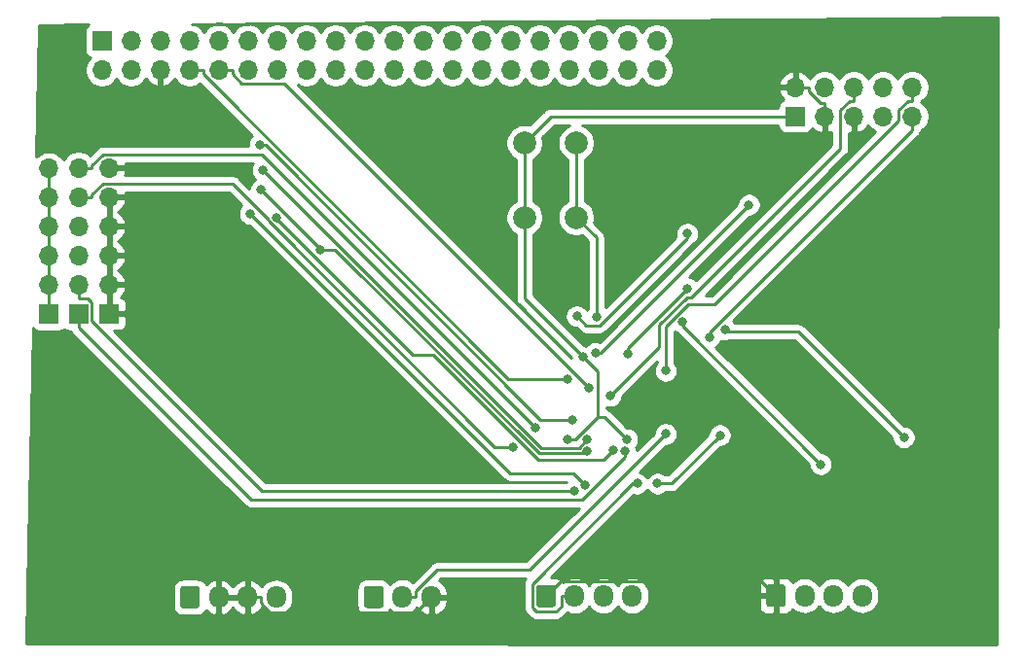
<source format=gbr>
%TF.GenerationSoftware,KiCad,Pcbnew,(5.1.9)-1*%
%TF.CreationDate,2021-03-13T11:21:55-03:00*%
%TF.ProjectId,carcaraFC,63617263-6172-4614-9643-2e6b69636164,rev?*%
%TF.SameCoordinates,Original*%
%TF.FileFunction,Copper,L2,Bot*%
%TF.FilePolarity,Positive*%
%FSLAX46Y46*%
G04 Gerber Fmt 4.6, Leading zero omitted, Abs format (unit mm)*
G04 Created by KiCad (PCBNEW (5.1.9)-1) date 2021-03-13 11:21:55*
%MOMM*%
%LPD*%
G01*
G04 APERTURE LIST*
%TA.AperFunction,ComponentPad*%
%ADD10O,1.700000X1.950000*%
%TD*%
%TA.AperFunction,ComponentPad*%
%ADD11O,1.700000X1.700000*%
%TD*%
%TA.AperFunction,ComponentPad*%
%ADD12R,1.700000X1.700000*%
%TD*%
%TA.AperFunction,ComponentPad*%
%ADD13C,2.000000*%
%TD*%
%TA.AperFunction,ViaPad*%
%ADD14C,0.800000*%
%TD*%
%TA.AperFunction,Conductor*%
%ADD15C,0.250000*%
%TD*%
%TA.AperFunction,Conductor*%
%ADD16C,0.254000*%
%TD*%
%TA.AperFunction,Conductor*%
%ADD17C,0.100000*%
%TD*%
G04 APERTURE END LIST*
D10*
%TO.P,J10,3*%
%TO.N,GNDPWR*%
X58970000Y-105930000D03*
%TO.P,J10,2*%
%TO.N,/RC_PPM_IN*%
X56470000Y-105930000D03*
%TO.P,J10,1*%
%TO.N,/unreg5V*%
%TA.AperFunction,ComponentPad*%
G36*
G01*
X53120000Y-106655000D02*
X53120000Y-105205000D01*
G75*
G02*
X53370000Y-104955000I250000J0D01*
G01*
X54570000Y-104955000D01*
G75*
G02*
X54820000Y-105205000I0J-250000D01*
G01*
X54820000Y-106655000D01*
G75*
G02*
X54570000Y-106905000I-250000J0D01*
G01*
X53370000Y-106905000D01*
G75*
G02*
X53120000Y-106655000I0J250000D01*
G01*
G37*
%TD.AperFunction*%
%TD*%
%TO.P,J1,1*%
%TO.N,/5V_BAT*%
%TA.AperFunction,ComponentPad*%
G36*
G01*
X37130000Y-106675000D02*
X37130000Y-105225000D01*
G75*
G02*
X37380000Y-104975000I250000J0D01*
G01*
X38580000Y-104975000D01*
G75*
G02*
X38830000Y-105225000I0J-250000D01*
G01*
X38830000Y-106675000D01*
G75*
G02*
X38580000Y-106925000I-250000J0D01*
G01*
X37380000Y-106925000D01*
G75*
G02*
X37130000Y-106675000I0J250000D01*
G01*
G37*
%TD.AperFunction*%
%TO.P,J1,2*%
%TO.N,GNDPWR*%
X40480000Y-105950000D03*
%TO.P,J1,3*%
X42980000Y-105950000D03*
%TO.P,J1,4*%
%TO.N,/5V_BAT*%
X45480000Y-105950000D03*
%TD*%
D11*
%TO.P,J2,6*%
%TO.N,/unreg5V*%
X25715000Y-68605000D03*
%TO.P,J2,5*%
X25715000Y-71145000D03*
%TO.P,J2,4*%
X25715000Y-73685000D03*
%TO.P,J2,3*%
X25715000Y-76225000D03*
%TO.P,J2,2*%
X25715000Y-78765000D03*
D12*
%TO.P,J2,1*%
X25715000Y-81305000D03*
%TD*%
%TO.P,J3,1*%
%TO.N,/3V3*%
X90640000Y-64070000D03*
D11*
%TO.P,J3,2*%
%TO.N,GNDPWR*%
X90640000Y-61530000D03*
%TO.P,J3,3*%
X93180000Y-64070000D03*
%TO.P,J3,4*%
%TO.N,Net-(J3-Pad4)*%
X93180000Y-61530000D03*
%TO.P,J3,5*%
%TO.N,GNDPWR*%
X95720000Y-64070000D03*
%TO.P,J3,6*%
%TO.N,/NRST*%
X95720000Y-61530000D03*
%TO.P,J3,7*%
%TO.N,Net-(J3-Pad7)*%
X98260000Y-64070000D03*
%TO.P,J3,8*%
%TO.N,Net-(J3-Pad8)*%
X98260000Y-61530000D03*
%TO.P,J3,9*%
%TO.N,/SWCLK*%
X100800000Y-64070000D03*
%TO.P,J3,10*%
%TO.N,/SWDIO*%
X100800000Y-61530000D03*
%TD*%
D12*
%TO.P,J4,1*%
%TO.N,GNDPWR*%
X30980000Y-81270000D03*
D11*
%TO.P,J4,2*%
X30980000Y-78730000D03*
%TO.P,J4,3*%
X30980000Y-76190000D03*
%TO.P,J4,4*%
X30980000Y-73650000D03*
%TO.P,J4,5*%
X30980000Y-71110000D03*
%TO.P,J4,6*%
X30980000Y-68570000D03*
%TD*%
D12*
%TO.P,J6,1*%
%TO.N,/OUT1*%
X28280000Y-81280000D03*
D11*
%TO.P,J6,2*%
%TO.N,/OUT2*%
X28280000Y-78740000D03*
%TO.P,J6,3*%
%TO.N,/OUT3*%
X28280000Y-76200000D03*
%TO.P,J6,4*%
%TO.N,/OUT4*%
X28280000Y-73660000D03*
%TO.P,J6,5*%
%TO.N,/OUT5*%
X28280000Y-71120000D03*
%TO.P,J6,6*%
%TO.N,/OUT6*%
X28280000Y-68580000D03*
%TD*%
D12*
%TO.P,J7,1*%
%TO.N,Net-(J7-Pad1)*%
X30320000Y-57490000D03*
D11*
%TO.P,J7,2*%
%TO.N,Net-(J7-Pad2)*%
X30320000Y-60030000D03*
%TO.P,J7,3*%
%TO.N,Net-(J7-Pad3)*%
X32860000Y-57490000D03*
%TO.P,J7,4*%
%TO.N,Net-(J7-Pad4)*%
X32860000Y-60030000D03*
%TO.P,J7,5*%
%TO.N,Net-(J7-Pad5)*%
X35400000Y-57490000D03*
%TO.P,J7,6*%
%TO.N,GNDPWR*%
X35400000Y-60030000D03*
%TO.P,J7,7*%
%TO.N,Net-(J7-Pad7)*%
X37940000Y-57490000D03*
%TO.P,J7,8*%
%TO.N,/UART1_RX*%
X37940000Y-60030000D03*
%TO.P,J7,9*%
%TO.N,Net-(J7-Pad9)*%
X40480000Y-57490000D03*
%TO.P,J7,10*%
%TO.N,/UART1_TX*%
X40480000Y-60030000D03*
%TO.P,J7,11*%
%TO.N,Net-(J7-Pad11)*%
X43020000Y-57490000D03*
%TO.P,J7,12*%
%TO.N,Net-(J7-Pad12)*%
X43020000Y-60030000D03*
%TO.P,J7,13*%
%TO.N,Net-(J7-Pad13)*%
X45560000Y-57490000D03*
%TO.P,J7,14*%
%TO.N,Net-(J7-Pad14)*%
X45560000Y-60030000D03*
%TO.P,J7,15*%
%TO.N,Net-(J7-Pad15)*%
X48100000Y-57490000D03*
%TO.P,J7,16*%
%TO.N,Net-(J7-Pad16)*%
X48100000Y-60030000D03*
%TO.P,J7,17*%
%TO.N,Net-(J7-Pad17)*%
X50640000Y-57490000D03*
%TO.P,J7,18*%
%TO.N,Net-(J7-Pad18)*%
X50640000Y-60030000D03*
%TO.P,J7,19*%
%TO.N,Net-(J7-Pad19)*%
X53180000Y-57490000D03*
%TO.P,J7,20*%
%TO.N,Net-(J7-Pad20)*%
X53180000Y-60030000D03*
%TO.P,J7,21*%
%TO.N,Net-(J7-Pad21)*%
X55720000Y-57490000D03*
%TO.P,J7,22*%
%TO.N,Net-(J7-Pad22)*%
X55720000Y-60030000D03*
%TO.P,J7,23*%
%TO.N,Net-(J7-Pad23)*%
X58260000Y-57490000D03*
%TO.P,J7,24*%
%TO.N,Net-(J7-Pad24)*%
X58260000Y-60030000D03*
%TO.P,J7,25*%
%TO.N,Net-(J7-Pad25)*%
X60800000Y-57490000D03*
%TO.P,J7,26*%
%TO.N,Net-(J7-Pad26)*%
X60800000Y-60030000D03*
%TO.P,J7,27*%
%TO.N,Net-(J7-Pad27)*%
X63340000Y-57490000D03*
%TO.P,J7,28*%
%TO.N,Net-(J7-Pad28)*%
X63340000Y-60030000D03*
%TO.P,J7,29*%
%TO.N,Net-(J7-Pad29)*%
X65880000Y-57490000D03*
%TO.P,J7,30*%
%TO.N,Net-(J7-Pad30)*%
X65880000Y-60030000D03*
%TO.P,J7,31*%
%TO.N,Net-(J7-Pad31)*%
X68420000Y-57490000D03*
%TO.P,J7,32*%
%TO.N,Net-(J7-Pad32)*%
X68420000Y-60030000D03*
%TO.P,J7,33*%
%TO.N,Net-(J7-Pad33)*%
X70960000Y-57490000D03*
%TO.P,J7,34*%
%TO.N,Net-(J7-Pad34)*%
X70960000Y-60030000D03*
%TO.P,J7,35*%
%TO.N,Net-(J7-Pad35)*%
X73500000Y-57490000D03*
%TO.P,J7,36*%
%TO.N,Net-(J7-Pad36)*%
X73500000Y-60030000D03*
%TO.P,J7,37*%
%TO.N,Net-(J7-Pad37)*%
X76040000Y-57490000D03*
%TO.P,J7,38*%
%TO.N,Net-(J7-Pad38)*%
X76040000Y-60030000D03*
%TO.P,J7,39*%
%TO.N,Net-(J7-Pad39)*%
X78580000Y-57490000D03*
%TO.P,J7,40*%
%TO.N,Net-(J7-Pad40)*%
X78580000Y-60030000D03*
%TD*%
D10*
%TO.P,J20,4*%
%TO.N,/unreg5V*%
X76450000Y-105850000D03*
%TO.P,J20,3*%
%TO.N,/GPS_RX*%
X73950000Y-105850000D03*
%TO.P,J20,2*%
%TO.N,/GPS_TX*%
X71450000Y-105850000D03*
%TO.P,J20,1*%
%TO.N,GNDPWR*%
%TA.AperFunction,ComponentPad*%
G36*
G01*
X68100000Y-106575000D02*
X68100000Y-105125000D01*
G75*
G02*
X68350000Y-104875000I250000J0D01*
G01*
X69550000Y-104875000D01*
G75*
G02*
X69800000Y-105125000I0J-250000D01*
G01*
X69800000Y-106575000D01*
G75*
G02*
X69550000Y-106825000I-250000J0D01*
G01*
X68350000Y-106825000D01*
G75*
G02*
X68100000Y-106575000I0J250000D01*
G01*
G37*
%TD.AperFunction*%
%TD*%
%TO.P,J5,1*%
%TO.N,GNDPWR*%
%TA.AperFunction,ComponentPad*%
G36*
G01*
X88100000Y-106535000D02*
X88100000Y-105085000D01*
G75*
G02*
X88350000Y-104835000I250000J0D01*
G01*
X89550000Y-104835000D01*
G75*
G02*
X89800000Y-105085000I0J-250000D01*
G01*
X89800000Y-106535000D01*
G75*
G02*
X89550000Y-106785000I-250000J0D01*
G01*
X88350000Y-106785000D01*
G75*
G02*
X88100000Y-106535000I0J250000D01*
G01*
G37*
%TD.AperFunction*%
%TO.P,J5,2*%
%TO.N,/unreg5V*%
X91450000Y-105810000D03*
%TO.P,J5,3*%
%TO.N,Net-(J9-Pad3)*%
X93950000Y-105810000D03*
%TO.P,J5,4*%
%TO.N,Net-(J9-Pad4)*%
X96450000Y-105810000D03*
%TD*%
D13*
%TO.P,SW1,2*%
%TO.N,/BOOT0*%
X71570000Y-72870000D03*
%TO.P,SW1,1*%
%TO.N,/3V3*%
X67070000Y-72870000D03*
%TO.P,SW1,2*%
%TO.N,/BOOT0*%
X71570000Y-66370000D03*
%TO.P,SW1,1*%
%TO.N,/3V3*%
X67070000Y-66370000D03*
%TD*%
D14*
%TO.N,/3V3*%
X75988200Y-92183600D03*
X70791300Y-92221500D03*
X72199700Y-85039900D03*
%TO.N,/NRST*%
X74541000Y-88406200D03*
%TO.N,Net-(C21-Pad1)*%
X84072700Y-91840700D03*
X78647200Y-96054200D03*
%TO.N,/SWCLK*%
X83165000Y-83299000D03*
%TO.N,/SWDIO*%
X79357100Y-86224000D03*
%TO.N,/OUT1*%
X75831900Y-93254600D03*
%TO.N,/OUT2*%
X71407900Y-96715700D03*
%TO.N,/OUT5*%
X66081000Y-92841800D03*
%TO.N,/OUT6*%
X68011400Y-91173500D03*
%TO.N,/UART1_RX*%
X70784500Y-86942700D03*
%TO.N,/UART1_TX*%
X72643800Y-87680900D03*
%TO.N,/GPS_TX*%
X76880100Y-96050100D03*
%TO.N,/RC_PPM_IN*%
X79364700Y-91724000D03*
%TO.N,/I2C1_SCL*%
X73268800Y-84683300D03*
X86595100Y-71763700D03*
%TO.N,/I2C1_SDA*%
X71632800Y-81473000D03*
X81243100Y-74283200D03*
%TO.N,/GYRO_CS*%
X72534700Y-93258000D03*
X44161300Y-70482500D03*
X49323500Y-75690500D03*
%TO.N,/BOOT0*%
X73332000Y-81528600D03*
%TO.N,/GYRO_SCK*%
X72532900Y-92219200D03*
X44334100Y-68765000D03*
%TO.N,/GYRO_MISO*%
X72352500Y-96168600D03*
X43213800Y-72554500D03*
%TO.N,/GYRO_MOSI*%
X71278300Y-90494400D03*
X44063000Y-66538500D03*
%TO.N,/GYRO_INT*%
X74808600Y-93153600D03*
X45530000Y-72890600D03*
%TO.N,/FLASH_SCK*%
X100084200Y-92031000D03*
X84499300Y-82638800D03*
%TO.N,/FLASH_MOSI*%
X92842100Y-94368900D03*
X80783800Y-81994300D03*
%TO.N,/MAG_DRDY*%
X76061300Y-84721600D03*
X81241900Y-79077600D03*
%TD*%
D15*
%TO.N,GNDPWR*%
X42980000Y-105950000D02*
X44155300Y-105950000D01*
X58970000Y-105930000D02*
X57648400Y-107251600D01*
X57648400Y-107251600D02*
X44942700Y-107251600D01*
X44942700Y-107251600D02*
X44155300Y-106464200D01*
X44155300Y-106464200D02*
X44155300Y-105950000D01*
X68950000Y-105850000D02*
X70250400Y-104549600D01*
X70250400Y-104549600D02*
X87689600Y-104549600D01*
X87689600Y-104549600D02*
X88950000Y-105810000D01*
X90640000Y-61530000D02*
X91815300Y-61530000D01*
X93180000Y-64070000D02*
X93180000Y-62894700D01*
X93180000Y-62894700D02*
X92812700Y-62894700D01*
X92812700Y-62894700D02*
X91815300Y-61897300D01*
X91815300Y-61897300D02*
X91815300Y-61530000D01*
X30980000Y-76190000D02*
X30980000Y-78730000D01*
X30980000Y-73650000D02*
X30980000Y-76190000D01*
X30980000Y-71110000D02*
X30980000Y-73650000D01*
%TO.N,/unreg5V*%
X25715000Y-81305000D02*
X25715000Y-78765000D01*
X25715000Y-71145000D02*
X25715000Y-68605000D01*
X25715000Y-73685000D02*
X25715000Y-71145000D01*
X25715000Y-76225000D02*
X25715000Y-73685000D01*
X25715000Y-78765000D02*
X25715000Y-76225000D01*
%TO.N,/3V3*%
X73427200Y-90262100D02*
X71467800Y-92221500D01*
X71467800Y-92221500D02*
X70791300Y-92221500D01*
X72199700Y-85039900D02*
X73427200Y-86267400D01*
X73427200Y-86267400D02*
X73427200Y-90262100D01*
X73427200Y-90262100D02*
X74066700Y-90262100D01*
X74066700Y-90262100D02*
X75988200Y-92183600D01*
X67070000Y-72870000D02*
X67070000Y-79910200D01*
X67070000Y-79910200D02*
X72199700Y-85039900D01*
X67070000Y-66370000D02*
X67070000Y-72870000D01*
X90640000Y-64070000D02*
X69370000Y-64070000D01*
X69370000Y-64070000D02*
X67070000Y-66370000D01*
%TO.N,/NRST*%
X95720000Y-62705300D02*
X95352600Y-62705300D01*
X95352600Y-62705300D02*
X94544700Y-63513200D01*
X94544700Y-63513200D02*
X94544700Y-66847100D01*
X94544700Y-66847100D02*
X81588800Y-79803000D01*
X81588800Y-79803000D02*
X81231800Y-79803000D01*
X81231800Y-79803000D02*
X78792700Y-82242100D01*
X78792700Y-82242100D02*
X78792700Y-84154500D01*
X78792700Y-84154500D02*
X74541000Y-88406200D01*
X95720000Y-61530000D02*
X95720000Y-62705300D01*
%TO.N,Net-(C21-Pad1)*%
X78647200Y-96054200D02*
X79859200Y-96054200D01*
X79859200Y-96054200D02*
X84072700Y-91840700D01*
%TO.N,/SWCLK*%
X100800000Y-65245300D02*
X83165000Y-82880300D01*
X83165000Y-82880300D02*
X83165000Y-83299000D01*
X100800000Y-64070000D02*
X100800000Y-65245300D01*
%TO.N,/SWDIO*%
X100800000Y-62705300D02*
X100432600Y-62705300D01*
X100432600Y-62705300D02*
X99624700Y-63513200D01*
X99624700Y-63513200D02*
X99624700Y-64420400D01*
X99624700Y-64420400D02*
X83632600Y-80412500D01*
X83632600Y-80412500D02*
X81297700Y-80412500D01*
X81297700Y-80412500D02*
X79357100Y-82353100D01*
X79357100Y-82353100D02*
X79357100Y-86224000D01*
X100800000Y-61530000D02*
X100800000Y-62705300D01*
%TO.N,/OUT1*%
X28280000Y-82455300D02*
X43265700Y-97441000D01*
X43265700Y-97441000D02*
X72107400Y-97441000D01*
X72107400Y-97441000D02*
X75831900Y-93716500D01*
X75831900Y-93716500D02*
X75831900Y-93254600D01*
X28280000Y-81280000D02*
X28280000Y-82455300D01*
%TO.N,/OUT2*%
X28280000Y-79915300D02*
X29088100Y-79915300D01*
X29088100Y-79915300D02*
X29455300Y-80282500D01*
X29455300Y-80282500D02*
X29455300Y-81911100D01*
X29455300Y-81911100D02*
X44259900Y-96715700D01*
X44259900Y-96715700D02*
X71407900Y-96715700D01*
X28280000Y-78740000D02*
X28280000Y-79915300D01*
%TO.N,/OUT5*%
X29455300Y-71120000D02*
X29455300Y-70899600D01*
X29455300Y-70899600D02*
X30420300Y-69934600D01*
X30420300Y-69934600D02*
X41674500Y-69934600D01*
X41674500Y-69934600D02*
X44804700Y-73064800D01*
X44804700Y-73064800D02*
X44804700Y-73191000D01*
X44804700Y-73191000D02*
X64455500Y-92841800D01*
X64455500Y-92841800D02*
X66081000Y-92841800D01*
X28280000Y-71120000D02*
X29455300Y-71120000D01*
%TO.N,/OUT6*%
X29455300Y-68580000D02*
X29455300Y-68359600D01*
X29455300Y-68359600D02*
X30433400Y-67381500D01*
X30433400Y-67381500D02*
X44219400Y-67381500D01*
X44219400Y-67381500D02*
X68011400Y-91173500D01*
X28280000Y-68580000D02*
X29455300Y-68580000D01*
%TO.N,/UART1_RX*%
X39115300Y-60030000D02*
X39115300Y-60397300D01*
X39115300Y-60397300D02*
X65660700Y-86942700D01*
X65660700Y-86942700D02*
X70784500Y-86942700D01*
X37940000Y-60030000D02*
X39115300Y-60030000D01*
%TO.N,/UART1_TX*%
X72643800Y-87680900D02*
X46168200Y-61205300D01*
X46168200Y-61205300D02*
X42463200Y-61205300D01*
X42463200Y-61205300D02*
X41655300Y-60397400D01*
X41655300Y-60397400D02*
X41655300Y-60030000D01*
X40480000Y-60030000D02*
X41655300Y-60030000D01*
%TO.N,/GPS_TX*%
X70274700Y-105850000D02*
X70274700Y-106731500D01*
X70274700Y-106731500D02*
X69823700Y-107182500D01*
X69823700Y-107182500D02*
X68100600Y-107182500D01*
X68100600Y-107182500D02*
X67773600Y-106855500D01*
X67773600Y-106855500D02*
X67773600Y-104812200D01*
X67773600Y-104812200D02*
X76535700Y-96050100D01*
X76535700Y-96050100D02*
X76880100Y-96050100D01*
X71450000Y-105850000D02*
X70274700Y-105850000D01*
%TO.N,/RC_PPM_IN*%
X57645300Y-105930000D02*
X57645300Y-105415800D01*
X57645300Y-105415800D02*
X59497400Y-103563700D01*
X59497400Y-103563700D02*
X67525000Y-103563700D01*
X67525000Y-103563700D02*
X79364700Y-91724000D01*
X56470000Y-105930000D02*
X57645300Y-105930000D01*
%TO.N,/I2C1_SCL*%
X73268800Y-84683300D02*
X73675500Y-84683300D01*
X73675500Y-84683300D02*
X86595100Y-71763700D01*
%TO.N,/I2C1_SDA*%
X81243100Y-74283200D02*
X81243100Y-74652300D01*
X81243100Y-74652300D02*
X73608400Y-82287000D01*
X73608400Y-82287000D02*
X72446800Y-82287000D01*
X72446800Y-82287000D02*
X71632800Y-81473000D01*
%TO.N,/GYRO_CS*%
X49323500Y-75690500D02*
X50622700Y-75690500D01*
X50622700Y-75690500D02*
X68329300Y-93397100D01*
X68329300Y-93397100D02*
X72395600Y-93397100D01*
X72395600Y-93397100D02*
X72534700Y-93258000D01*
X49323500Y-75690500D02*
X49323500Y-75644700D01*
X49323500Y-75644700D02*
X44161300Y-70482500D01*
%TO.N,/BOOT0*%
X71570000Y-72870000D02*
X71570000Y-66370000D01*
X73332000Y-81528600D02*
X73332000Y-74632000D01*
X73332000Y-74632000D02*
X71570000Y-72870000D01*
%TO.N,/GYRO_SCK*%
X44334100Y-68765000D02*
X68515900Y-92946800D01*
X68515900Y-92946800D02*
X71805300Y-92946800D01*
X71805300Y-92946800D02*
X72532900Y-92219200D01*
%TO.N,/GYRO_MISO*%
X72352500Y-96168600D02*
X71348200Y-95164300D01*
X71348200Y-95164300D02*
X65823600Y-95164300D01*
X65823600Y-95164300D02*
X43213800Y-72554500D01*
%TO.N,/GYRO_MOSI*%
X44063000Y-66538500D02*
X44535300Y-66538500D01*
X44535300Y-66538500D02*
X68491200Y-90494400D01*
X68491200Y-90494400D02*
X71278300Y-90494400D01*
%TO.N,/GYRO_INT*%
X45530000Y-72890600D02*
X45530000Y-72963400D01*
X45530000Y-72963400D02*
X57377600Y-84811000D01*
X57377600Y-84811000D02*
X59106200Y-84811000D01*
X59106200Y-84811000D02*
X68306900Y-94011700D01*
X68306900Y-94011700D02*
X73950500Y-94011700D01*
X73950500Y-94011700D02*
X74808600Y-93153600D01*
%TO.N,/FLASH_SCK*%
X100084200Y-92031000D02*
X90897400Y-82844200D01*
X90897400Y-82844200D02*
X84704600Y-82844200D01*
X84704600Y-82844200D02*
X84704600Y-82844100D01*
X84704600Y-82844100D02*
X84499300Y-82638800D01*
%TO.N,/FLASH_MOSI*%
X92842100Y-94368900D02*
X80783800Y-82310600D01*
X80783800Y-82310600D02*
X80783800Y-81994300D01*
%TO.N,/MAG_DRDY*%
X81241900Y-79077600D02*
X76061300Y-84258200D01*
X76061300Y-84258200D02*
X76061300Y-84721600D01*
%TD*%
D16*
%TO.N,GNDPWR*%
X108153301Y-110092805D02*
X23709796Y-109963199D01*
X23813143Y-105225000D01*
X36491928Y-105225000D01*
X36491928Y-106675000D01*
X36508992Y-106848254D01*
X36559528Y-107014850D01*
X36641595Y-107168386D01*
X36752038Y-107302962D01*
X36886614Y-107413405D01*
X37040150Y-107495472D01*
X37206746Y-107546008D01*
X37380000Y-107563072D01*
X38580000Y-107563072D01*
X38753254Y-107546008D01*
X38919850Y-107495472D01*
X39073386Y-107413405D01*
X39207962Y-107302962D01*
X39318405Y-107168386D01*
X39374714Y-107063039D01*
X39390951Y-107084429D01*
X39608807Y-107277496D01*
X39860142Y-107424352D01*
X40123110Y-107516476D01*
X40353000Y-107395155D01*
X40353000Y-106077000D01*
X40607000Y-106077000D01*
X40607000Y-107395155D01*
X40836890Y-107516476D01*
X41099858Y-107424352D01*
X41351193Y-107277496D01*
X41569049Y-107084429D01*
X41730000Y-106872400D01*
X41890951Y-107084429D01*
X42108807Y-107277496D01*
X42360142Y-107424352D01*
X42623110Y-107516476D01*
X42853000Y-107395155D01*
X42853000Y-106077000D01*
X40607000Y-106077000D01*
X40353000Y-106077000D01*
X40333000Y-106077000D01*
X40333000Y-105823000D01*
X40353000Y-105823000D01*
X40353000Y-104504845D01*
X40607000Y-104504845D01*
X40607000Y-105823000D01*
X42853000Y-105823000D01*
X42853000Y-104504845D01*
X43107000Y-104504845D01*
X43107000Y-105823000D01*
X43127000Y-105823000D01*
X43127000Y-106077000D01*
X43107000Y-106077000D01*
X43107000Y-107395155D01*
X43336890Y-107516476D01*
X43599858Y-107424352D01*
X43851193Y-107277496D01*
X44069049Y-107084429D01*
X44225538Y-106878278D01*
X44239294Y-106904014D01*
X44424866Y-107130134D01*
X44650987Y-107315706D01*
X44908967Y-107453599D01*
X45188890Y-107538513D01*
X45480000Y-107567185D01*
X45771111Y-107538513D01*
X46051034Y-107453599D01*
X46309014Y-107315706D01*
X46535134Y-107130134D01*
X46720706Y-106904014D01*
X46858599Y-106646033D01*
X46943513Y-106366110D01*
X46965000Y-106147949D01*
X46965000Y-105752050D01*
X46943513Y-105533889D01*
X46858599Y-105253966D01*
X46720706Y-104995986D01*
X46535134Y-104769866D01*
X46309013Y-104584294D01*
X46051033Y-104446401D01*
X45771110Y-104361487D01*
X45480000Y-104332815D01*
X45188889Y-104361487D01*
X44908966Y-104446401D01*
X44650986Y-104584294D01*
X44424866Y-104769866D01*
X44239294Y-104995987D01*
X44225538Y-105021722D01*
X44069049Y-104815571D01*
X43851193Y-104622504D01*
X43599858Y-104475648D01*
X43336890Y-104383524D01*
X43107000Y-104504845D01*
X42853000Y-104504845D01*
X42623110Y-104383524D01*
X42360142Y-104475648D01*
X42108807Y-104622504D01*
X41890951Y-104815571D01*
X41730000Y-105027600D01*
X41569049Y-104815571D01*
X41351193Y-104622504D01*
X41099858Y-104475648D01*
X40836890Y-104383524D01*
X40607000Y-104504845D01*
X40353000Y-104504845D01*
X40123110Y-104383524D01*
X39860142Y-104475648D01*
X39608807Y-104622504D01*
X39390951Y-104815571D01*
X39374714Y-104836961D01*
X39318405Y-104731614D01*
X39207962Y-104597038D01*
X39073386Y-104486595D01*
X38919850Y-104404528D01*
X38753254Y-104353992D01*
X38580000Y-104336928D01*
X37380000Y-104336928D01*
X37206746Y-104353992D01*
X37040150Y-104404528D01*
X36886614Y-104486595D01*
X36752038Y-104597038D01*
X36641595Y-104731614D01*
X36559528Y-104885150D01*
X36508992Y-105051746D01*
X36491928Y-105225000D01*
X23813143Y-105225000D01*
X24309616Y-82463008D01*
X24334463Y-82509494D01*
X24413815Y-82606185D01*
X24510506Y-82685537D01*
X24620820Y-82744502D01*
X24740518Y-82780812D01*
X24865000Y-82793072D01*
X26565000Y-82793072D01*
X26689482Y-82780812D01*
X26809180Y-82744502D01*
X26919494Y-82685537D01*
X27012731Y-82609019D01*
X27075506Y-82660537D01*
X27185820Y-82719502D01*
X27305518Y-82755812D01*
X27430000Y-82768072D01*
X27585425Y-82768072D01*
X27645026Y-82879576D01*
X27716201Y-82966302D01*
X27740000Y-82995301D01*
X27768998Y-83019099D01*
X42701901Y-97952003D01*
X42725699Y-97981001D01*
X42841424Y-98075974D01*
X42973453Y-98146546D01*
X43116714Y-98190003D01*
X43228367Y-98201000D01*
X43228376Y-98201000D01*
X43265699Y-98204676D01*
X43303022Y-98201000D01*
X71812899Y-98201000D01*
X67210199Y-102803700D01*
X59534723Y-102803700D01*
X59497400Y-102800024D01*
X59460077Y-102803700D01*
X59460067Y-102803700D01*
X59348414Y-102814697D01*
X59205153Y-102858154D01*
X59073123Y-102928726D01*
X58989483Y-102997368D01*
X58957399Y-103023699D01*
X58933601Y-103052697D01*
X57366566Y-104619733D01*
X57299013Y-104564294D01*
X57041033Y-104426401D01*
X56761110Y-104341487D01*
X56470000Y-104312815D01*
X56178889Y-104341487D01*
X55898966Y-104426401D01*
X55640986Y-104564294D01*
X55414866Y-104749866D01*
X55362777Y-104813337D01*
X55308405Y-104711614D01*
X55197962Y-104577038D01*
X55063386Y-104466595D01*
X54909850Y-104384528D01*
X54743254Y-104333992D01*
X54570000Y-104316928D01*
X53370000Y-104316928D01*
X53196746Y-104333992D01*
X53030150Y-104384528D01*
X52876614Y-104466595D01*
X52742038Y-104577038D01*
X52631595Y-104711614D01*
X52549528Y-104865150D01*
X52498992Y-105031746D01*
X52481928Y-105205000D01*
X52481928Y-106655000D01*
X52498992Y-106828254D01*
X52549528Y-106994850D01*
X52631595Y-107148386D01*
X52742038Y-107282962D01*
X52876614Y-107393405D01*
X53030150Y-107475472D01*
X53196746Y-107526008D01*
X53370000Y-107543072D01*
X54570000Y-107543072D01*
X54743254Y-107526008D01*
X54909850Y-107475472D01*
X55063386Y-107393405D01*
X55197962Y-107282962D01*
X55308405Y-107148386D01*
X55362777Y-107046663D01*
X55414866Y-107110134D01*
X55640987Y-107295706D01*
X55898967Y-107433599D01*
X56178890Y-107518513D01*
X56470000Y-107547185D01*
X56761111Y-107518513D01*
X57041034Y-107433599D01*
X57299014Y-107295706D01*
X57525134Y-107110134D01*
X57710706Y-106884014D01*
X57724462Y-106858278D01*
X57880951Y-107064429D01*
X58098807Y-107257496D01*
X58350142Y-107404352D01*
X58613110Y-107496476D01*
X58843000Y-107375155D01*
X58843000Y-106057000D01*
X59097000Y-106057000D01*
X59097000Y-107375155D01*
X59326890Y-107496476D01*
X59589858Y-107404352D01*
X59841193Y-107257496D01*
X60059049Y-107064429D01*
X60235053Y-106832570D01*
X60362442Y-106570830D01*
X60436320Y-106289267D01*
X60296165Y-106057000D01*
X59097000Y-106057000D01*
X58843000Y-106057000D01*
X58823000Y-106057000D01*
X58823000Y-105803000D01*
X58843000Y-105803000D01*
X58843000Y-105783000D01*
X59097000Y-105783000D01*
X59097000Y-105803000D01*
X60296165Y-105803000D01*
X60436320Y-105570733D01*
X60362442Y-105289170D01*
X60235053Y-105027430D01*
X60059049Y-104795571D01*
X59841193Y-104602504D01*
X59646915Y-104488987D01*
X59812202Y-104323700D01*
X67191334Y-104323700D01*
X67138626Y-104387924D01*
X67068054Y-104519954D01*
X67046558Y-104590820D01*
X67027963Y-104652123D01*
X67024598Y-104663215D01*
X67009924Y-104812200D01*
X67013601Y-104849532D01*
X67013600Y-106818177D01*
X67009924Y-106855500D01*
X67013600Y-106892822D01*
X67013600Y-106892832D01*
X67024597Y-107004485D01*
X67056645Y-107110134D01*
X67068054Y-107147746D01*
X67138626Y-107279776D01*
X67178471Y-107328326D01*
X67233599Y-107395501D01*
X67262603Y-107419304D01*
X67536796Y-107693497D01*
X67560599Y-107722501D01*
X67676324Y-107817474D01*
X67808353Y-107888046D01*
X67951614Y-107931503D01*
X68063267Y-107942500D01*
X68063277Y-107942500D01*
X68100600Y-107946176D01*
X68137923Y-107942500D01*
X69786378Y-107942500D01*
X69823700Y-107946176D01*
X69861022Y-107942500D01*
X69861033Y-107942500D01*
X69972686Y-107931503D01*
X70115947Y-107888046D01*
X70247976Y-107817474D01*
X70363701Y-107722501D01*
X70387504Y-107693497D01*
X70780196Y-107300805D01*
X70878967Y-107353599D01*
X71158890Y-107438513D01*
X71450000Y-107467185D01*
X71741111Y-107438513D01*
X72021034Y-107353599D01*
X72279014Y-107215706D01*
X72505134Y-107030134D01*
X72690706Y-106804014D01*
X72700000Y-106786626D01*
X72709294Y-106804014D01*
X72894866Y-107030134D01*
X73120987Y-107215706D01*
X73378967Y-107353599D01*
X73658890Y-107438513D01*
X73950000Y-107467185D01*
X74241111Y-107438513D01*
X74521034Y-107353599D01*
X74779014Y-107215706D01*
X75005134Y-107030134D01*
X75190706Y-106804014D01*
X75200000Y-106786626D01*
X75209294Y-106804014D01*
X75394866Y-107030134D01*
X75620987Y-107215706D01*
X75878967Y-107353599D01*
X76158890Y-107438513D01*
X76450000Y-107467185D01*
X76741111Y-107438513D01*
X77021034Y-107353599D01*
X77279014Y-107215706D01*
X77505134Y-107030134D01*
X77690706Y-106804014D01*
X77700869Y-106785000D01*
X87461928Y-106785000D01*
X87474188Y-106909482D01*
X87510498Y-107029180D01*
X87569463Y-107139494D01*
X87648815Y-107236185D01*
X87745506Y-107315537D01*
X87855820Y-107374502D01*
X87975518Y-107410812D01*
X88100000Y-107423072D01*
X88664250Y-107420000D01*
X88823000Y-107261250D01*
X88823000Y-105937000D01*
X87623750Y-105937000D01*
X87465000Y-106095750D01*
X87461928Y-106785000D01*
X77700869Y-106785000D01*
X77828599Y-106546033D01*
X77913513Y-106266110D01*
X77935000Y-106047949D01*
X77935000Y-105652050D01*
X77913513Y-105433889D01*
X77828599Y-105153966D01*
X77690706Y-104895986D01*
X77640657Y-104835000D01*
X87461928Y-104835000D01*
X87465000Y-105524250D01*
X87623750Y-105683000D01*
X88823000Y-105683000D01*
X88823000Y-104358750D01*
X89077000Y-104358750D01*
X89077000Y-105683000D01*
X89097000Y-105683000D01*
X89097000Y-105937000D01*
X89077000Y-105937000D01*
X89077000Y-107261250D01*
X89235750Y-107420000D01*
X89800000Y-107423072D01*
X89924482Y-107410812D01*
X90044180Y-107374502D01*
X90154494Y-107315537D01*
X90251185Y-107236185D01*
X90330537Y-107139494D01*
X90389502Y-107029180D01*
X90400055Y-106994392D01*
X90620987Y-107175706D01*
X90878967Y-107313599D01*
X91158890Y-107398513D01*
X91450000Y-107427185D01*
X91741111Y-107398513D01*
X92021034Y-107313599D01*
X92279014Y-107175706D01*
X92505134Y-106990134D01*
X92690706Y-106764014D01*
X92700000Y-106746626D01*
X92709294Y-106764014D01*
X92894866Y-106990134D01*
X93120987Y-107175706D01*
X93378967Y-107313599D01*
X93658890Y-107398513D01*
X93950000Y-107427185D01*
X94241111Y-107398513D01*
X94521034Y-107313599D01*
X94779014Y-107175706D01*
X95005134Y-106990134D01*
X95190706Y-106764014D01*
X95200000Y-106746626D01*
X95209294Y-106764014D01*
X95394866Y-106990134D01*
X95620987Y-107175706D01*
X95878967Y-107313599D01*
X96158890Y-107398513D01*
X96450000Y-107427185D01*
X96741111Y-107398513D01*
X97021034Y-107313599D01*
X97279014Y-107175706D01*
X97505134Y-106990134D01*
X97690706Y-106764014D01*
X97828599Y-106506033D01*
X97913513Y-106226110D01*
X97935000Y-106007949D01*
X97935000Y-105612050D01*
X97913513Y-105393889D01*
X97828599Y-105113966D01*
X97690706Y-104855986D01*
X97505134Y-104629866D01*
X97279013Y-104444294D01*
X97021033Y-104306401D01*
X96741110Y-104221487D01*
X96450000Y-104192815D01*
X96158889Y-104221487D01*
X95878966Y-104306401D01*
X95620986Y-104444294D01*
X95394866Y-104629866D01*
X95209294Y-104855987D01*
X95200000Y-104873374D01*
X95190706Y-104855986D01*
X95005134Y-104629866D01*
X94779013Y-104444294D01*
X94521033Y-104306401D01*
X94241110Y-104221487D01*
X93950000Y-104192815D01*
X93658889Y-104221487D01*
X93378966Y-104306401D01*
X93120986Y-104444294D01*
X92894866Y-104629866D01*
X92709294Y-104855987D01*
X92700000Y-104873374D01*
X92690706Y-104855986D01*
X92505134Y-104629866D01*
X92279013Y-104444294D01*
X92021033Y-104306401D01*
X91741110Y-104221487D01*
X91450000Y-104192815D01*
X91158889Y-104221487D01*
X90878966Y-104306401D01*
X90620986Y-104444294D01*
X90400055Y-104625608D01*
X90389502Y-104590820D01*
X90330537Y-104480506D01*
X90251185Y-104383815D01*
X90154494Y-104304463D01*
X90044180Y-104245498D01*
X89924482Y-104209188D01*
X89800000Y-104196928D01*
X89235750Y-104200000D01*
X89077000Y-104358750D01*
X88823000Y-104358750D01*
X88664250Y-104200000D01*
X88100000Y-104196928D01*
X87975518Y-104209188D01*
X87855820Y-104245498D01*
X87745506Y-104304463D01*
X87648815Y-104383815D01*
X87569463Y-104480506D01*
X87510498Y-104590820D01*
X87474188Y-104710518D01*
X87461928Y-104835000D01*
X77640657Y-104835000D01*
X77505134Y-104669866D01*
X77279013Y-104484294D01*
X77021033Y-104346401D01*
X76741110Y-104261487D01*
X76450000Y-104232815D01*
X76158889Y-104261487D01*
X75878966Y-104346401D01*
X75620986Y-104484294D01*
X75394866Y-104669866D01*
X75209294Y-104895987D01*
X75200000Y-104913374D01*
X75190706Y-104895986D01*
X75005134Y-104669866D01*
X74779013Y-104484294D01*
X74521033Y-104346401D01*
X74241110Y-104261487D01*
X73950000Y-104232815D01*
X73658889Y-104261487D01*
X73378966Y-104346401D01*
X73120986Y-104484294D01*
X72894866Y-104669866D01*
X72709294Y-104895987D01*
X72700000Y-104913374D01*
X72690706Y-104895986D01*
X72505134Y-104669866D01*
X72279013Y-104484294D01*
X72021033Y-104346401D01*
X71741110Y-104261487D01*
X71450000Y-104232815D01*
X71158889Y-104261487D01*
X70878966Y-104346401D01*
X70620986Y-104484294D01*
X70400055Y-104665608D01*
X70389502Y-104630820D01*
X70330537Y-104520506D01*
X70251185Y-104423815D01*
X70154494Y-104344463D01*
X70044180Y-104285498D01*
X69924482Y-104249188D01*
X69800000Y-104236928D01*
X69421613Y-104238988D01*
X76609125Y-97051477D01*
X76778161Y-97085100D01*
X76982039Y-97085100D01*
X77181998Y-97045326D01*
X77370356Y-96967305D01*
X77539874Y-96854037D01*
X77684037Y-96709874D01*
X77762280Y-96592774D01*
X77843263Y-96713974D01*
X77987426Y-96858137D01*
X78156944Y-96971405D01*
X78345302Y-97049426D01*
X78545261Y-97089200D01*
X78749139Y-97089200D01*
X78949098Y-97049426D01*
X79137456Y-96971405D01*
X79306974Y-96858137D01*
X79350911Y-96814200D01*
X79821878Y-96814200D01*
X79859200Y-96817876D01*
X79896522Y-96814200D01*
X79896533Y-96814200D01*
X80008186Y-96803203D01*
X80151447Y-96759746D01*
X80283476Y-96689174D01*
X80399201Y-96594201D01*
X80423004Y-96565197D01*
X84112502Y-92875700D01*
X84174639Y-92875700D01*
X84374598Y-92835926D01*
X84562956Y-92757905D01*
X84732474Y-92644637D01*
X84876637Y-92500474D01*
X84989905Y-92330956D01*
X85067926Y-92142598D01*
X85107700Y-91942639D01*
X85107700Y-91738761D01*
X85067926Y-91538802D01*
X84989905Y-91350444D01*
X84876637Y-91180926D01*
X84732474Y-91036763D01*
X84562956Y-90923495D01*
X84374598Y-90845474D01*
X84174639Y-90805700D01*
X83970761Y-90805700D01*
X83770802Y-90845474D01*
X83582444Y-90923495D01*
X83412926Y-91036763D01*
X83268763Y-91180926D01*
X83155495Y-91350444D01*
X83077474Y-91538802D01*
X83037700Y-91738761D01*
X83037700Y-91800898D01*
X79544399Y-95294200D01*
X79350911Y-95294200D01*
X79306974Y-95250263D01*
X79137456Y-95136995D01*
X78949098Y-95058974D01*
X78749139Y-95019200D01*
X78545261Y-95019200D01*
X78345302Y-95058974D01*
X78156944Y-95136995D01*
X77987426Y-95250263D01*
X77843263Y-95394426D01*
X77765020Y-95511526D01*
X77684037Y-95390326D01*
X77539874Y-95246163D01*
X77370356Y-95132895D01*
X77181998Y-95054874D01*
X77120801Y-95042701D01*
X79404502Y-92759000D01*
X79466639Y-92759000D01*
X79666598Y-92719226D01*
X79854956Y-92641205D01*
X80024474Y-92527937D01*
X80168637Y-92383774D01*
X80281905Y-92214256D01*
X80359926Y-92025898D01*
X80399700Y-91825939D01*
X80399700Y-91622061D01*
X80359926Y-91422102D01*
X80281905Y-91233744D01*
X80168637Y-91064226D01*
X80024474Y-90920063D01*
X79854956Y-90806795D01*
X79666598Y-90728774D01*
X79466639Y-90689000D01*
X79262761Y-90689000D01*
X79062802Y-90728774D01*
X78874444Y-90806795D01*
X78704926Y-90920063D01*
X78560763Y-91064226D01*
X78447495Y-91233744D01*
X78369474Y-91422102D01*
X78329700Y-91622061D01*
X78329700Y-91684198D01*
X76865960Y-93147938D01*
X76827126Y-92952702D01*
X76784856Y-92850655D01*
X76792137Y-92843374D01*
X76905405Y-92673856D01*
X76983426Y-92485498D01*
X77023200Y-92285539D01*
X77023200Y-92081661D01*
X76983426Y-91881702D01*
X76905405Y-91693344D01*
X76792137Y-91523826D01*
X76647974Y-91379663D01*
X76478456Y-91266395D01*
X76290098Y-91188374D01*
X76090139Y-91148600D01*
X76028002Y-91148600D01*
X74630504Y-89751103D01*
X74606701Y-89722099D01*
X74490976Y-89627126D01*
X74358947Y-89556554D01*
X74215686Y-89513097D01*
X74187200Y-89510291D01*
X74187200Y-89379927D01*
X74239102Y-89401426D01*
X74439061Y-89441200D01*
X74642939Y-89441200D01*
X74842898Y-89401426D01*
X75031256Y-89323405D01*
X75200774Y-89210137D01*
X75344937Y-89065974D01*
X75458205Y-88896456D01*
X75536226Y-88708098D01*
X75576000Y-88508139D01*
X75576000Y-88446001D01*
X78597101Y-85424901D01*
X78597101Y-85520288D01*
X78553163Y-85564226D01*
X78439895Y-85733744D01*
X78361874Y-85922102D01*
X78322100Y-86122061D01*
X78322100Y-86325939D01*
X78361874Y-86525898D01*
X78439895Y-86714256D01*
X78553163Y-86883774D01*
X78697326Y-87027937D01*
X78866844Y-87141205D01*
X79055202Y-87219226D01*
X79255161Y-87259000D01*
X79459039Y-87259000D01*
X79658998Y-87219226D01*
X79847356Y-87141205D01*
X80016874Y-87027937D01*
X80161037Y-86883774D01*
X80274305Y-86714256D01*
X80352326Y-86525898D01*
X80392100Y-86325939D01*
X80392100Y-86122061D01*
X80352326Y-85922102D01*
X80274305Y-85733744D01*
X80161037Y-85564226D01*
X80117100Y-85520289D01*
X80117100Y-82791311D01*
X80124026Y-82798237D01*
X80293544Y-82911505D01*
X80321472Y-82923073D01*
X91807100Y-94408703D01*
X91807100Y-94470839D01*
X91846874Y-94670798D01*
X91924895Y-94859156D01*
X92038163Y-95028674D01*
X92182326Y-95172837D01*
X92351844Y-95286105D01*
X92540202Y-95364126D01*
X92740161Y-95403900D01*
X92944039Y-95403900D01*
X93143998Y-95364126D01*
X93332356Y-95286105D01*
X93501874Y-95172837D01*
X93646037Y-95028674D01*
X93759305Y-94859156D01*
X93837326Y-94670798D01*
X93877100Y-94470839D01*
X93877100Y-94266961D01*
X93837326Y-94067002D01*
X93759305Y-93878644D01*
X93646037Y-93709126D01*
X93501874Y-93564963D01*
X93332356Y-93451695D01*
X93143998Y-93373674D01*
X92944039Y-93333900D01*
X92881903Y-93333900D01*
X83720567Y-84172566D01*
X83824774Y-84102937D01*
X83968937Y-83958774D01*
X84082205Y-83789256D01*
X84153958Y-83616031D01*
X84197402Y-83634026D01*
X84397361Y-83673800D01*
X84601239Y-83673800D01*
X84801198Y-83634026D01*
X84873204Y-83604200D01*
X90582599Y-83604200D01*
X99049200Y-92070802D01*
X99049200Y-92132939D01*
X99088974Y-92332898D01*
X99166995Y-92521256D01*
X99280263Y-92690774D01*
X99424426Y-92834937D01*
X99593944Y-92948205D01*
X99782302Y-93026226D01*
X99982261Y-93066000D01*
X100186139Y-93066000D01*
X100386098Y-93026226D01*
X100574456Y-92948205D01*
X100743974Y-92834937D01*
X100888137Y-92690774D01*
X101001405Y-92521256D01*
X101079426Y-92332898D01*
X101119200Y-92132939D01*
X101119200Y-91929061D01*
X101079426Y-91729102D01*
X101001405Y-91540744D01*
X100888137Y-91371226D01*
X100743974Y-91227063D01*
X100574456Y-91113795D01*
X100386098Y-91035774D01*
X100186139Y-90996000D01*
X100124002Y-90996000D01*
X91461204Y-82333203D01*
X91437401Y-82304199D01*
X91321676Y-82209226D01*
X91189647Y-82138654D01*
X91046386Y-82095197D01*
X90934733Y-82084200D01*
X90934722Y-82084200D01*
X90897400Y-82080524D01*
X90860078Y-82084200D01*
X85373512Y-82084200D01*
X85303237Y-81979026D01*
X85222156Y-81897945D01*
X101311003Y-65809099D01*
X101340001Y-65785301D01*
X101434974Y-65669576D01*
X101505546Y-65537547D01*
X101549003Y-65394286D01*
X101553089Y-65352796D01*
X101746632Y-65223475D01*
X101953475Y-65016632D01*
X102115990Y-64773411D01*
X102227932Y-64503158D01*
X102285000Y-64216260D01*
X102285000Y-63923740D01*
X102227932Y-63636842D01*
X102115990Y-63366589D01*
X101953475Y-63123368D01*
X101746632Y-62916525D01*
X101572240Y-62800000D01*
X101746632Y-62683475D01*
X101953475Y-62476632D01*
X102115990Y-62233411D01*
X102227932Y-61963158D01*
X102285000Y-61676260D01*
X102285000Y-61383740D01*
X102227932Y-61096842D01*
X102115990Y-60826589D01*
X101953475Y-60583368D01*
X101746632Y-60376525D01*
X101503411Y-60214010D01*
X101233158Y-60102068D01*
X100946260Y-60045000D01*
X100653740Y-60045000D01*
X100366842Y-60102068D01*
X100096589Y-60214010D01*
X99853368Y-60376525D01*
X99646525Y-60583368D01*
X99530000Y-60757760D01*
X99413475Y-60583368D01*
X99206632Y-60376525D01*
X98963411Y-60214010D01*
X98693158Y-60102068D01*
X98406260Y-60045000D01*
X98113740Y-60045000D01*
X97826842Y-60102068D01*
X97556589Y-60214010D01*
X97313368Y-60376525D01*
X97106525Y-60583368D01*
X96990000Y-60757760D01*
X96873475Y-60583368D01*
X96666632Y-60376525D01*
X96423411Y-60214010D01*
X96153158Y-60102068D01*
X95866260Y-60045000D01*
X95573740Y-60045000D01*
X95286842Y-60102068D01*
X95016589Y-60214010D01*
X94773368Y-60376525D01*
X94566525Y-60583368D01*
X94450000Y-60757760D01*
X94333475Y-60583368D01*
X94126632Y-60376525D01*
X93883411Y-60214010D01*
X93613158Y-60102068D01*
X93326260Y-60045000D01*
X93033740Y-60045000D01*
X92746842Y-60102068D01*
X92476589Y-60214010D01*
X92233368Y-60376525D01*
X92026525Y-60583368D01*
X91904805Y-60765534D01*
X91835178Y-60648645D01*
X91640269Y-60432412D01*
X91406920Y-60258359D01*
X91144099Y-60133175D01*
X90996890Y-60088524D01*
X90767000Y-60209845D01*
X90767000Y-61403000D01*
X90787000Y-61403000D01*
X90787000Y-61657000D01*
X90767000Y-61657000D01*
X90767000Y-61677000D01*
X90513000Y-61677000D01*
X90513000Y-61657000D01*
X89319186Y-61657000D01*
X89198519Y-61886891D01*
X89295843Y-62161252D01*
X89444822Y-62411355D01*
X89621626Y-62607502D01*
X89545820Y-62630498D01*
X89435506Y-62689463D01*
X89338815Y-62768815D01*
X89259463Y-62865506D01*
X89200498Y-62975820D01*
X89164188Y-63095518D01*
X89151928Y-63220000D01*
X89151928Y-63310000D01*
X69407322Y-63310000D01*
X69369999Y-63306324D01*
X69332676Y-63310000D01*
X69332667Y-63310000D01*
X69221014Y-63320997D01*
X69077753Y-63364454D01*
X68945724Y-63435026D01*
X68829999Y-63529999D01*
X68806201Y-63558997D01*
X67561376Y-64803823D01*
X67546912Y-64797832D01*
X67231033Y-64735000D01*
X66908967Y-64735000D01*
X66593088Y-64797832D01*
X66295537Y-64921082D01*
X66027748Y-65100013D01*
X65800013Y-65327748D01*
X65621082Y-65595537D01*
X65497832Y-65893088D01*
X65435000Y-66208967D01*
X65435000Y-66531033D01*
X65497832Y-66846912D01*
X65621082Y-67144463D01*
X65800013Y-67412252D01*
X66027748Y-67639987D01*
X66295537Y-67818918D01*
X66310000Y-67824909D01*
X66310001Y-71415091D01*
X66295537Y-71421082D01*
X66027748Y-71600013D01*
X65800013Y-71827748D01*
X65621082Y-72095537D01*
X65497832Y-72393088D01*
X65435000Y-72708967D01*
X65435000Y-73031033D01*
X65497832Y-73346912D01*
X65621082Y-73644463D01*
X65800013Y-73912252D01*
X66027748Y-74139987D01*
X66295537Y-74318918D01*
X66310000Y-74324909D01*
X66310001Y-79872868D01*
X66306324Y-79910200D01*
X66310001Y-79947533D01*
X66320998Y-80059186D01*
X66331937Y-80095247D01*
X66364454Y-80202446D01*
X66435026Y-80334476D01*
X66505215Y-80420000D01*
X66530000Y-80450201D01*
X66558998Y-80473999D01*
X71164700Y-85079702D01*
X71164700Y-85126998D01*
X47357719Y-61320018D01*
X47396589Y-61345990D01*
X47666842Y-61457932D01*
X47953740Y-61515000D01*
X48246260Y-61515000D01*
X48533158Y-61457932D01*
X48803411Y-61345990D01*
X49046632Y-61183475D01*
X49253475Y-60976632D01*
X49370000Y-60802240D01*
X49486525Y-60976632D01*
X49693368Y-61183475D01*
X49936589Y-61345990D01*
X50206842Y-61457932D01*
X50493740Y-61515000D01*
X50786260Y-61515000D01*
X51073158Y-61457932D01*
X51343411Y-61345990D01*
X51586632Y-61183475D01*
X51793475Y-60976632D01*
X51910000Y-60802240D01*
X52026525Y-60976632D01*
X52233368Y-61183475D01*
X52476589Y-61345990D01*
X52746842Y-61457932D01*
X53033740Y-61515000D01*
X53326260Y-61515000D01*
X53613158Y-61457932D01*
X53883411Y-61345990D01*
X54126632Y-61183475D01*
X54333475Y-60976632D01*
X54450000Y-60802240D01*
X54566525Y-60976632D01*
X54773368Y-61183475D01*
X55016589Y-61345990D01*
X55286842Y-61457932D01*
X55573740Y-61515000D01*
X55866260Y-61515000D01*
X56153158Y-61457932D01*
X56423411Y-61345990D01*
X56666632Y-61183475D01*
X56873475Y-60976632D01*
X56990000Y-60802240D01*
X57106525Y-60976632D01*
X57313368Y-61183475D01*
X57556589Y-61345990D01*
X57826842Y-61457932D01*
X58113740Y-61515000D01*
X58406260Y-61515000D01*
X58693158Y-61457932D01*
X58963411Y-61345990D01*
X59206632Y-61183475D01*
X59413475Y-60976632D01*
X59530000Y-60802240D01*
X59646525Y-60976632D01*
X59853368Y-61183475D01*
X60096589Y-61345990D01*
X60366842Y-61457932D01*
X60653740Y-61515000D01*
X60946260Y-61515000D01*
X61233158Y-61457932D01*
X61503411Y-61345990D01*
X61746632Y-61183475D01*
X61953475Y-60976632D01*
X62070000Y-60802240D01*
X62186525Y-60976632D01*
X62393368Y-61183475D01*
X62636589Y-61345990D01*
X62906842Y-61457932D01*
X63193740Y-61515000D01*
X63486260Y-61515000D01*
X63773158Y-61457932D01*
X64043411Y-61345990D01*
X64286632Y-61183475D01*
X64493475Y-60976632D01*
X64610000Y-60802240D01*
X64726525Y-60976632D01*
X64933368Y-61183475D01*
X65176589Y-61345990D01*
X65446842Y-61457932D01*
X65733740Y-61515000D01*
X66026260Y-61515000D01*
X66313158Y-61457932D01*
X66583411Y-61345990D01*
X66826632Y-61183475D01*
X67033475Y-60976632D01*
X67150000Y-60802240D01*
X67266525Y-60976632D01*
X67473368Y-61183475D01*
X67716589Y-61345990D01*
X67986842Y-61457932D01*
X68273740Y-61515000D01*
X68566260Y-61515000D01*
X68853158Y-61457932D01*
X69123411Y-61345990D01*
X69366632Y-61183475D01*
X69573475Y-60976632D01*
X69690000Y-60802240D01*
X69806525Y-60976632D01*
X70013368Y-61183475D01*
X70256589Y-61345990D01*
X70526842Y-61457932D01*
X70813740Y-61515000D01*
X71106260Y-61515000D01*
X71393158Y-61457932D01*
X71663411Y-61345990D01*
X71906632Y-61183475D01*
X72113475Y-60976632D01*
X72230000Y-60802240D01*
X72346525Y-60976632D01*
X72553368Y-61183475D01*
X72796589Y-61345990D01*
X73066842Y-61457932D01*
X73353740Y-61515000D01*
X73646260Y-61515000D01*
X73933158Y-61457932D01*
X74203411Y-61345990D01*
X74446632Y-61183475D01*
X74653475Y-60976632D01*
X74770000Y-60802240D01*
X74886525Y-60976632D01*
X75093368Y-61183475D01*
X75336589Y-61345990D01*
X75606842Y-61457932D01*
X75893740Y-61515000D01*
X76186260Y-61515000D01*
X76473158Y-61457932D01*
X76743411Y-61345990D01*
X76986632Y-61183475D01*
X77193475Y-60976632D01*
X77310000Y-60802240D01*
X77426525Y-60976632D01*
X77633368Y-61183475D01*
X77876589Y-61345990D01*
X78146842Y-61457932D01*
X78433740Y-61515000D01*
X78726260Y-61515000D01*
X79013158Y-61457932D01*
X79283411Y-61345990D01*
X79526632Y-61183475D01*
X79536998Y-61173109D01*
X89198519Y-61173109D01*
X89319186Y-61403000D01*
X90513000Y-61403000D01*
X90513000Y-60209845D01*
X90283110Y-60088524D01*
X90135901Y-60133175D01*
X89873080Y-60258359D01*
X89639731Y-60432412D01*
X89444822Y-60648645D01*
X89295843Y-60898748D01*
X89198519Y-61173109D01*
X79536998Y-61173109D01*
X79733475Y-60976632D01*
X79895990Y-60733411D01*
X80007932Y-60463158D01*
X80065000Y-60176260D01*
X80065000Y-59883740D01*
X80007932Y-59596842D01*
X79895990Y-59326589D01*
X79733475Y-59083368D01*
X79526632Y-58876525D01*
X79352240Y-58760000D01*
X79526632Y-58643475D01*
X79733475Y-58436632D01*
X79895990Y-58193411D01*
X80007932Y-57923158D01*
X80065000Y-57636260D01*
X80065000Y-57343740D01*
X80007932Y-57056842D01*
X79895990Y-56786589D01*
X79733475Y-56543368D01*
X79526632Y-56336525D01*
X79283411Y-56174010D01*
X79013158Y-56062068D01*
X78726260Y-56005000D01*
X78433740Y-56005000D01*
X78146842Y-56062068D01*
X77876589Y-56174010D01*
X77633368Y-56336525D01*
X77426525Y-56543368D01*
X77310000Y-56717760D01*
X77193475Y-56543368D01*
X76986632Y-56336525D01*
X76743411Y-56174010D01*
X76473158Y-56062068D01*
X76186260Y-56005000D01*
X75893740Y-56005000D01*
X75606842Y-56062068D01*
X75336589Y-56174010D01*
X75093368Y-56336525D01*
X74886525Y-56543368D01*
X74770000Y-56717760D01*
X74653475Y-56543368D01*
X74446632Y-56336525D01*
X74203411Y-56174010D01*
X73933158Y-56062068D01*
X73646260Y-56005000D01*
X73353740Y-56005000D01*
X73066842Y-56062068D01*
X72796589Y-56174010D01*
X72553368Y-56336525D01*
X72346525Y-56543368D01*
X72230000Y-56717760D01*
X72113475Y-56543368D01*
X71906632Y-56336525D01*
X71663411Y-56174010D01*
X71393158Y-56062068D01*
X71106260Y-56005000D01*
X70813740Y-56005000D01*
X70526842Y-56062068D01*
X70256589Y-56174010D01*
X70013368Y-56336525D01*
X69806525Y-56543368D01*
X69690000Y-56717760D01*
X69573475Y-56543368D01*
X69366632Y-56336525D01*
X69123411Y-56174010D01*
X68853158Y-56062068D01*
X68566260Y-56005000D01*
X68273740Y-56005000D01*
X67986842Y-56062068D01*
X67716589Y-56174010D01*
X67473368Y-56336525D01*
X67266525Y-56543368D01*
X67150000Y-56717760D01*
X67033475Y-56543368D01*
X66826632Y-56336525D01*
X66583411Y-56174010D01*
X66313158Y-56062068D01*
X66026260Y-56005000D01*
X65733740Y-56005000D01*
X65446842Y-56062068D01*
X65176589Y-56174010D01*
X64933368Y-56336525D01*
X64726525Y-56543368D01*
X64610000Y-56717760D01*
X64493475Y-56543368D01*
X64286632Y-56336525D01*
X64043411Y-56174010D01*
X63773158Y-56062068D01*
X63486260Y-56005000D01*
X63193740Y-56005000D01*
X62906842Y-56062068D01*
X62636589Y-56174010D01*
X62393368Y-56336525D01*
X62186525Y-56543368D01*
X62070000Y-56717760D01*
X61953475Y-56543368D01*
X61746632Y-56336525D01*
X61503411Y-56174010D01*
X61233158Y-56062068D01*
X60946260Y-56005000D01*
X60653740Y-56005000D01*
X60366842Y-56062068D01*
X60096589Y-56174010D01*
X59853368Y-56336525D01*
X59646525Y-56543368D01*
X59530000Y-56717760D01*
X59413475Y-56543368D01*
X59206632Y-56336525D01*
X58963411Y-56174010D01*
X58693158Y-56062068D01*
X58406260Y-56005000D01*
X58113740Y-56005000D01*
X57826842Y-56062068D01*
X57556589Y-56174010D01*
X57313368Y-56336525D01*
X57106525Y-56543368D01*
X56990000Y-56717760D01*
X56873475Y-56543368D01*
X56666632Y-56336525D01*
X56423411Y-56174010D01*
X56153158Y-56062068D01*
X55866260Y-56005000D01*
X55573740Y-56005000D01*
X55286842Y-56062068D01*
X55016589Y-56174010D01*
X54773368Y-56336525D01*
X54566525Y-56543368D01*
X54450000Y-56717760D01*
X54333475Y-56543368D01*
X54126632Y-56336525D01*
X53883411Y-56174010D01*
X53613158Y-56062068D01*
X53326260Y-56005000D01*
X53033740Y-56005000D01*
X52746842Y-56062068D01*
X52476589Y-56174010D01*
X52233368Y-56336525D01*
X52026525Y-56543368D01*
X51910000Y-56717760D01*
X51793475Y-56543368D01*
X51586632Y-56336525D01*
X51343411Y-56174010D01*
X51073158Y-56062068D01*
X50786260Y-56005000D01*
X50493740Y-56005000D01*
X50206842Y-56062068D01*
X49936589Y-56174010D01*
X49693368Y-56336525D01*
X49486525Y-56543368D01*
X49370000Y-56717760D01*
X49253475Y-56543368D01*
X49046632Y-56336525D01*
X48803411Y-56174010D01*
X48533158Y-56062068D01*
X48246260Y-56005000D01*
X47953740Y-56005000D01*
X47666842Y-56062068D01*
X47396589Y-56174010D01*
X47153368Y-56336525D01*
X46946525Y-56543368D01*
X46830000Y-56717760D01*
X46713475Y-56543368D01*
X46506632Y-56336525D01*
X46263411Y-56174010D01*
X45993158Y-56062068D01*
X45706260Y-56005000D01*
X45413740Y-56005000D01*
X45126842Y-56062068D01*
X44856589Y-56174010D01*
X44613368Y-56336525D01*
X44406525Y-56543368D01*
X44290000Y-56717760D01*
X44173475Y-56543368D01*
X43966632Y-56336525D01*
X43723411Y-56174010D01*
X43453158Y-56062068D01*
X43166260Y-56005000D01*
X42873740Y-56005000D01*
X42586842Y-56062068D01*
X42316589Y-56174010D01*
X42073368Y-56336525D01*
X41866525Y-56543368D01*
X41750000Y-56717760D01*
X41633475Y-56543368D01*
X41426632Y-56336525D01*
X41183411Y-56174010D01*
X40913158Y-56062068D01*
X40626260Y-56005000D01*
X40333740Y-56005000D01*
X40046842Y-56062068D01*
X39776589Y-56174010D01*
X39533368Y-56336525D01*
X39326525Y-56543368D01*
X39210000Y-56717760D01*
X39093475Y-56543368D01*
X38886632Y-56336525D01*
X38643411Y-56174010D01*
X38373158Y-56062068D01*
X38119427Y-56011597D01*
X108282696Y-55458008D01*
X108153301Y-110092805D01*
%TA.AperFunction,Conductor*%
D17*
G36*
X108153301Y-110092805D02*
G01*
X23709796Y-109963199D01*
X23813143Y-105225000D01*
X36491928Y-105225000D01*
X36491928Y-106675000D01*
X36508992Y-106848254D01*
X36559528Y-107014850D01*
X36641595Y-107168386D01*
X36752038Y-107302962D01*
X36886614Y-107413405D01*
X37040150Y-107495472D01*
X37206746Y-107546008D01*
X37380000Y-107563072D01*
X38580000Y-107563072D01*
X38753254Y-107546008D01*
X38919850Y-107495472D01*
X39073386Y-107413405D01*
X39207962Y-107302962D01*
X39318405Y-107168386D01*
X39374714Y-107063039D01*
X39390951Y-107084429D01*
X39608807Y-107277496D01*
X39860142Y-107424352D01*
X40123110Y-107516476D01*
X40353000Y-107395155D01*
X40353000Y-106077000D01*
X40607000Y-106077000D01*
X40607000Y-107395155D01*
X40836890Y-107516476D01*
X41099858Y-107424352D01*
X41351193Y-107277496D01*
X41569049Y-107084429D01*
X41730000Y-106872400D01*
X41890951Y-107084429D01*
X42108807Y-107277496D01*
X42360142Y-107424352D01*
X42623110Y-107516476D01*
X42853000Y-107395155D01*
X42853000Y-106077000D01*
X40607000Y-106077000D01*
X40353000Y-106077000D01*
X40333000Y-106077000D01*
X40333000Y-105823000D01*
X40353000Y-105823000D01*
X40353000Y-104504845D01*
X40607000Y-104504845D01*
X40607000Y-105823000D01*
X42853000Y-105823000D01*
X42853000Y-104504845D01*
X43107000Y-104504845D01*
X43107000Y-105823000D01*
X43127000Y-105823000D01*
X43127000Y-106077000D01*
X43107000Y-106077000D01*
X43107000Y-107395155D01*
X43336890Y-107516476D01*
X43599858Y-107424352D01*
X43851193Y-107277496D01*
X44069049Y-107084429D01*
X44225538Y-106878278D01*
X44239294Y-106904014D01*
X44424866Y-107130134D01*
X44650987Y-107315706D01*
X44908967Y-107453599D01*
X45188890Y-107538513D01*
X45480000Y-107567185D01*
X45771111Y-107538513D01*
X46051034Y-107453599D01*
X46309014Y-107315706D01*
X46535134Y-107130134D01*
X46720706Y-106904014D01*
X46858599Y-106646033D01*
X46943513Y-106366110D01*
X46965000Y-106147949D01*
X46965000Y-105752050D01*
X46943513Y-105533889D01*
X46858599Y-105253966D01*
X46720706Y-104995986D01*
X46535134Y-104769866D01*
X46309013Y-104584294D01*
X46051033Y-104446401D01*
X45771110Y-104361487D01*
X45480000Y-104332815D01*
X45188889Y-104361487D01*
X44908966Y-104446401D01*
X44650986Y-104584294D01*
X44424866Y-104769866D01*
X44239294Y-104995987D01*
X44225538Y-105021722D01*
X44069049Y-104815571D01*
X43851193Y-104622504D01*
X43599858Y-104475648D01*
X43336890Y-104383524D01*
X43107000Y-104504845D01*
X42853000Y-104504845D01*
X42623110Y-104383524D01*
X42360142Y-104475648D01*
X42108807Y-104622504D01*
X41890951Y-104815571D01*
X41730000Y-105027600D01*
X41569049Y-104815571D01*
X41351193Y-104622504D01*
X41099858Y-104475648D01*
X40836890Y-104383524D01*
X40607000Y-104504845D01*
X40353000Y-104504845D01*
X40123110Y-104383524D01*
X39860142Y-104475648D01*
X39608807Y-104622504D01*
X39390951Y-104815571D01*
X39374714Y-104836961D01*
X39318405Y-104731614D01*
X39207962Y-104597038D01*
X39073386Y-104486595D01*
X38919850Y-104404528D01*
X38753254Y-104353992D01*
X38580000Y-104336928D01*
X37380000Y-104336928D01*
X37206746Y-104353992D01*
X37040150Y-104404528D01*
X36886614Y-104486595D01*
X36752038Y-104597038D01*
X36641595Y-104731614D01*
X36559528Y-104885150D01*
X36508992Y-105051746D01*
X36491928Y-105225000D01*
X23813143Y-105225000D01*
X24309616Y-82463008D01*
X24334463Y-82509494D01*
X24413815Y-82606185D01*
X24510506Y-82685537D01*
X24620820Y-82744502D01*
X24740518Y-82780812D01*
X24865000Y-82793072D01*
X26565000Y-82793072D01*
X26689482Y-82780812D01*
X26809180Y-82744502D01*
X26919494Y-82685537D01*
X27012731Y-82609019D01*
X27075506Y-82660537D01*
X27185820Y-82719502D01*
X27305518Y-82755812D01*
X27430000Y-82768072D01*
X27585425Y-82768072D01*
X27645026Y-82879576D01*
X27716201Y-82966302D01*
X27740000Y-82995301D01*
X27768998Y-83019099D01*
X42701901Y-97952003D01*
X42725699Y-97981001D01*
X42841424Y-98075974D01*
X42973453Y-98146546D01*
X43116714Y-98190003D01*
X43228367Y-98201000D01*
X43228376Y-98201000D01*
X43265699Y-98204676D01*
X43303022Y-98201000D01*
X71812899Y-98201000D01*
X67210199Y-102803700D01*
X59534723Y-102803700D01*
X59497400Y-102800024D01*
X59460077Y-102803700D01*
X59460067Y-102803700D01*
X59348414Y-102814697D01*
X59205153Y-102858154D01*
X59073123Y-102928726D01*
X58989483Y-102997368D01*
X58957399Y-103023699D01*
X58933601Y-103052697D01*
X57366566Y-104619733D01*
X57299013Y-104564294D01*
X57041033Y-104426401D01*
X56761110Y-104341487D01*
X56470000Y-104312815D01*
X56178889Y-104341487D01*
X55898966Y-104426401D01*
X55640986Y-104564294D01*
X55414866Y-104749866D01*
X55362777Y-104813337D01*
X55308405Y-104711614D01*
X55197962Y-104577038D01*
X55063386Y-104466595D01*
X54909850Y-104384528D01*
X54743254Y-104333992D01*
X54570000Y-104316928D01*
X53370000Y-104316928D01*
X53196746Y-104333992D01*
X53030150Y-104384528D01*
X52876614Y-104466595D01*
X52742038Y-104577038D01*
X52631595Y-104711614D01*
X52549528Y-104865150D01*
X52498992Y-105031746D01*
X52481928Y-105205000D01*
X52481928Y-106655000D01*
X52498992Y-106828254D01*
X52549528Y-106994850D01*
X52631595Y-107148386D01*
X52742038Y-107282962D01*
X52876614Y-107393405D01*
X53030150Y-107475472D01*
X53196746Y-107526008D01*
X53370000Y-107543072D01*
X54570000Y-107543072D01*
X54743254Y-107526008D01*
X54909850Y-107475472D01*
X55063386Y-107393405D01*
X55197962Y-107282962D01*
X55308405Y-107148386D01*
X55362777Y-107046663D01*
X55414866Y-107110134D01*
X55640987Y-107295706D01*
X55898967Y-107433599D01*
X56178890Y-107518513D01*
X56470000Y-107547185D01*
X56761111Y-107518513D01*
X57041034Y-107433599D01*
X57299014Y-107295706D01*
X57525134Y-107110134D01*
X57710706Y-106884014D01*
X57724462Y-106858278D01*
X57880951Y-107064429D01*
X58098807Y-107257496D01*
X58350142Y-107404352D01*
X58613110Y-107496476D01*
X58843000Y-107375155D01*
X58843000Y-106057000D01*
X59097000Y-106057000D01*
X59097000Y-107375155D01*
X59326890Y-107496476D01*
X59589858Y-107404352D01*
X59841193Y-107257496D01*
X60059049Y-107064429D01*
X60235053Y-106832570D01*
X60362442Y-106570830D01*
X60436320Y-106289267D01*
X60296165Y-106057000D01*
X59097000Y-106057000D01*
X58843000Y-106057000D01*
X58823000Y-106057000D01*
X58823000Y-105803000D01*
X58843000Y-105803000D01*
X58843000Y-105783000D01*
X59097000Y-105783000D01*
X59097000Y-105803000D01*
X60296165Y-105803000D01*
X60436320Y-105570733D01*
X60362442Y-105289170D01*
X60235053Y-105027430D01*
X60059049Y-104795571D01*
X59841193Y-104602504D01*
X59646915Y-104488987D01*
X59812202Y-104323700D01*
X67191334Y-104323700D01*
X67138626Y-104387924D01*
X67068054Y-104519954D01*
X67046558Y-104590820D01*
X67027963Y-104652123D01*
X67024598Y-104663215D01*
X67009924Y-104812200D01*
X67013601Y-104849532D01*
X67013600Y-106818177D01*
X67009924Y-106855500D01*
X67013600Y-106892822D01*
X67013600Y-106892832D01*
X67024597Y-107004485D01*
X67056645Y-107110134D01*
X67068054Y-107147746D01*
X67138626Y-107279776D01*
X67178471Y-107328326D01*
X67233599Y-107395501D01*
X67262603Y-107419304D01*
X67536796Y-107693497D01*
X67560599Y-107722501D01*
X67676324Y-107817474D01*
X67808353Y-107888046D01*
X67951614Y-107931503D01*
X68063267Y-107942500D01*
X68063277Y-107942500D01*
X68100600Y-107946176D01*
X68137923Y-107942500D01*
X69786378Y-107942500D01*
X69823700Y-107946176D01*
X69861022Y-107942500D01*
X69861033Y-107942500D01*
X69972686Y-107931503D01*
X70115947Y-107888046D01*
X70247976Y-107817474D01*
X70363701Y-107722501D01*
X70387504Y-107693497D01*
X70780196Y-107300805D01*
X70878967Y-107353599D01*
X71158890Y-107438513D01*
X71450000Y-107467185D01*
X71741111Y-107438513D01*
X72021034Y-107353599D01*
X72279014Y-107215706D01*
X72505134Y-107030134D01*
X72690706Y-106804014D01*
X72700000Y-106786626D01*
X72709294Y-106804014D01*
X72894866Y-107030134D01*
X73120987Y-107215706D01*
X73378967Y-107353599D01*
X73658890Y-107438513D01*
X73950000Y-107467185D01*
X74241111Y-107438513D01*
X74521034Y-107353599D01*
X74779014Y-107215706D01*
X75005134Y-107030134D01*
X75190706Y-106804014D01*
X75200000Y-106786626D01*
X75209294Y-106804014D01*
X75394866Y-107030134D01*
X75620987Y-107215706D01*
X75878967Y-107353599D01*
X76158890Y-107438513D01*
X76450000Y-107467185D01*
X76741111Y-107438513D01*
X77021034Y-107353599D01*
X77279014Y-107215706D01*
X77505134Y-107030134D01*
X77690706Y-106804014D01*
X77700869Y-106785000D01*
X87461928Y-106785000D01*
X87474188Y-106909482D01*
X87510498Y-107029180D01*
X87569463Y-107139494D01*
X87648815Y-107236185D01*
X87745506Y-107315537D01*
X87855820Y-107374502D01*
X87975518Y-107410812D01*
X88100000Y-107423072D01*
X88664250Y-107420000D01*
X88823000Y-107261250D01*
X88823000Y-105937000D01*
X87623750Y-105937000D01*
X87465000Y-106095750D01*
X87461928Y-106785000D01*
X77700869Y-106785000D01*
X77828599Y-106546033D01*
X77913513Y-106266110D01*
X77935000Y-106047949D01*
X77935000Y-105652050D01*
X77913513Y-105433889D01*
X77828599Y-105153966D01*
X77690706Y-104895986D01*
X77640657Y-104835000D01*
X87461928Y-104835000D01*
X87465000Y-105524250D01*
X87623750Y-105683000D01*
X88823000Y-105683000D01*
X88823000Y-104358750D01*
X89077000Y-104358750D01*
X89077000Y-105683000D01*
X89097000Y-105683000D01*
X89097000Y-105937000D01*
X89077000Y-105937000D01*
X89077000Y-107261250D01*
X89235750Y-107420000D01*
X89800000Y-107423072D01*
X89924482Y-107410812D01*
X90044180Y-107374502D01*
X90154494Y-107315537D01*
X90251185Y-107236185D01*
X90330537Y-107139494D01*
X90389502Y-107029180D01*
X90400055Y-106994392D01*
X90620987Y-107175706D01*
X90878967Y-107313599D01*
X91158890Y-107398513D01*
X91450000Y-107427185D01*
X91741111Y-107398513D01*
X92021034Y-107313599D01*
X92279014Y-107175706D01*
X92505134Y-106990134D01*
X92690706Y-106764014D01*
X92700000Y-106746626D01*
X92709294Y-106764014D01*
X92894866Y-106990134D01*
X93120987Y-107175706D01*
X93378967Y-107313599D01*
X93658890Y-107398513D01*
X93950000Y-107427185D01*
X94241111Y-107398513D01*
X94521034Y-107313599D01*
X94779014Y-107175706D01*
X95005134Y-106990134D01*
X95190706Y-106764014D01*
X95200000Y-106746626D01*
X95209294Y-106764014D01*
X95394866Y-106990134D01*
X95620987Y-107175706D01*
X95878967Y-107313599D01*
X96158890Y-107398513D01*
X96450000Y-107427185D01*
X96741111Y-107398513D01*
X97021034Y-107313599D01*
X97279014Y-107175706D01*
X97505134Y-106990134D01*
X97690706Y-106764014D01*
X97828599Y-106506033D01*
X97913513Y-106226110D01*
X97935000Y-106007949D01*
X97935000Y-105612050D01*
X97913513Y-105393889D01*
X97828599Y-105113966D01*
X97690706Y-104855986D01*
X97505134Y-104629866D01*
X97279013Y-104444294D01*
X97021033Y-104306401D01*
X96741110Y-104221487D01*
X96450000Y-104192815D01*
X96158889Y-104221487D01*
X95878966Y-104306401D01*
X95620986Y-104444294D01*
X95394866Y-104629866D01*
X95209294Y-104855987D01*
X95200000Y-104873374D01*
X95190706Y-104855986D01*
X95005134Y-104629866D01*
X94779013Y-104444294D01*
X94521033Y-104306401D01*
X94241110Y-104221487D01*
X93950000Y-104192815D01*
X93658889Y-104221487D01*
X93378966Y-104306401D01*
X93120986Y-104444294D01*
X92894866Y-104629866D01*
X92709294Y-104855987D01*
X92700000Y-104873374D01*
X92690706Y-104855986D01*
X92505134Y-104629866D01*
X92279013Y-104444294D01*
X92021033Y-104306401D01*
X91741110Y-104221487D01*
X91450000Y-104192815D01*
X91158889Y-104221487D01*
X90878966Y-104306401D01*
X90620986Y-104444294D01*
X90400055Y-104625608D01*
X90389502Y-104590820D01*
X90330537Y-104480506D01*
X90251185Y-104383815D01*
X90154494Y-104304463D01*
X90044180Y-104245498D01*
X89924482Y-104209188D01*
X89800000Y-104196928D01*
X89235750Y-104200000D01*
X89077000Y-104358750D01*
X88823000Y-104358750D01*
X88664250Y-104200000D01*
X88100000Y-104196928D01*
X87975518Y-104209188D01*
X87855820Y-104245498D01*
X87745506Y-104304463D01*
X87648815Y-104383815D01*
X87569463Y-104480506D01*
X87510498Y-104590820D01*
X87474188Y-104710518D01*
X87461928Y-104835000D01*
X77640657Y-104835000D01*
X77505134Y-104669866D01*
X77279013Y-104484294D01*
X77021033Y-104346401D01*
X76741110Y-104261487D01*
X76450000Y-104232815D01*
X76158889Y-104261487D01*
X75878966Y-104346401D01*
X75620986Y-104484294D01*
X75394866Y-104669866D01*
X75209294Y-104895987D01*
X75200000Y-104913374D01*
X75190706Y-104895986D01*
X75005134Y-104669866D01*
X74779013Y-104484294D01*
X74521033Y-104346401D01*
X74241110Y-104261487D01*
X73950000Y-104232815D01*
X73658889Y-104261487D01*
X73378966Y-104346401D01*
X73120986Y-104484294D01*
X72894866Y-104669866D01*
X72709294Y-104895987D01*
X72700000Y-104913374D01*
X72690706Y-104895986D01*
X72505134Y-104669866D01*
X72279013Y-104484294D01*
X72021033Y-104346401D01*
X71741110Y-104261487D01*
X71450000Y-104232815D01*
X71158889Y-104261487D01*
X70878966Y-104346401D01*
X70620986Y-104484294D01*
X70400055Y-104665608D01*
X70389502Y-104630820D01*
X70330537Y-104520506D01*
X70251185Y-104423815D01*
X70154494Y-104344463D01*
X70044180Y-104285498D01*
X69924482Y-104249188D01*
X69800000Y-104236928D01*
X69421613Y-104238988D01*
X76609125Y-97051477D01*
X76778161Y-97085100D01*
X76982039Y-97085100D01*
X77181998Y-97045326D01*
X77370356Y-96967305D01*
X77539874Y-96854037D01*
X77684037Y-96709874D01*
X77762280Y-96592774D01*
X77843263Y-96713974D01*
X77987426Y-96858137D01*
X78156944Y-96971405D01*
X78345302Y-97049426D01*
X78545261Y-97089200D01*
X78749139Y-97089200D01*
X78949098Y-97049426D01*
X79137456Y-96971405D01*
X79306974Y-96858137D01*
X79350911Y-96814200D01*
X79821878Y-96814200D01*
X79859200Y-96817876D01*
X79896522Y-96814200D01*
X79896533Y-96814200D01*
X80008186Y-96803203D01*
X80151447Y-96759746D01*
X80283476Y-96689174D01*
X80399201Y-96594201D01*
X80423004Y-96565197D01*
X84112502Y-92875700D01*
X84174639Y-92875700D01*
X84374598Y-92835926D01*
X84562956Y-92757905D01*
X84732474Y-92644637D01*
X84876637Y-92500474D01*
X84989905Y-92330956D01*
X85067926Y-92142598D01*
X85107700Y-91942639D01*
X85107700Y-91738761D01*
X85067926Y-91538802D01*
X84989905Y-91350444D01*
X84876637Y-91180926D01*
X84732474Y-91036763D01*
X84562956Y-90923495D01*
X84374598Y-90845474D01*
X84174639Y-90805700D01*
X83970761Y-90805700D01*
X83770802Y-90845474D01*
X83582444Y-90923495D01*
X83412926Y-91036763D01*
X83268763Y-91180926D01*
X83155495Y-91350444D01*
X83077474Y-91538802D01*
X83037700Y-91738761D01*
X83037700Y-91800898D01*
X79544399Y-95294200D01*
X79350911Y-95294200D01*
X79306974Y-95250263D01*
X79137456Y-95136995D01*
X78949098Y-95058974D01*
X78749139Y-95019200D01*
X78545261Y-95019200D01*
X78345302Y-95058974D01*
X78156944Y-95136995D01*
X77987426Y-95250263D01*
X77843263Y-95394426D01*
X77765020Y-95511526D01*
X77684037Y-95390326D01*
X77539874Y-95246163D01*
X77370356Y-95132895D01*
X77181998Y-95054874D01*
X77120801Y-95042701D01*
X79404502Y-92759000D01*
X79466639Y-92759000D01*
X79666598Y-92719226D01*
X79854956Y-92641205D01*
X80024474Y-92527937D01*
X80168637Y-92383774D01*
X80281905Y-92214256D01*
X80359926Y-92025898D01*
X80399700Y-91825939D01*
X80399700Y-91622061D01*
X80359926Y-91422102D01*
X80281905Y-91233744D01*
X80168637Y-91064226D01*
X80024474Y-90920063D01*
X79854956Y-90806795D01*
X79666598Y-90728774D01*
X79466639Y-90689000D01*
X79262761Y-90689000D01*
X79062802Y-90728774D01*
X78874444Y-90806795D01*
X78704926Y-90920063D01*
X78560763Y-91064226D01*
X78447495Y-91233744D01*
X78369474Y-91422102D01*
X78329700Y-91622061D01*
X78329700Y-91684198D01*
X76865960Y-93147938D01*
X76827126Y-92952702D01*
X76784856Y-92850655D01*
X76792137Y-92843374D01*
X76905405Y-92673856D01*
X76983426Y-92485498D01*
X77023200Y-92285539D01*
X77023200Y-92081661D01*
X76983426Y-91881702D01*
X76905405Y-91693344D01*
X76792137Y-91523826D01*
X76647974Y-91379663D01*
X76478456Y-91266395D01*
X76290098Y-91188374D01*
X76090139Y-91148600D01*
X76028002Y-91148600D01*
X74630504Y-89751103D01*
X74606701Y-89722099D01*
X74490976Y-89627126D01*
X74358947Y-89556554D01*
X74215686Y-89513097D01*
X74187200Y-89510291D01*
X74187200Y-89379927D01*
X74239102Y-89401426D01*
X74439061Y-89441200D01*
X74642939Y-89441200D01*
X74842898Y-89401426D01*
X75031256Y-89323405D01*
X75200774Y-89210137D01*
X75344937Y-89065974D01*
X75458205Y-88896456D01*
X75536226Y-88708098D01*
X75576000Y-88508139D01*
X75576000Y-88446001D01*
X78597101Y-85424901D01*
X78597101Y-85520288D01*
X78553163Y-85564226D01*
X78439895Y-85733744D01*
X78361874Y-85922102D01*
X78322100Y-86122061D01*
X78322100Y-86325939D01*
X78361874Y-86525898D01*
X78439895Y-86714256D01*
X78553163Y-86883774D01*
X78697326Y-87027937D01*
X78866844Y-87141205D01*
X79055202Y-87219226D01*
X79255161Y-87259000D01*
X79459039Y-87259000D01*
X79658998Y-87219226D01*
X79847356Y-87141205D01*
X80016874Y-87027937D01*
X80161037Y-86883774D01*
X80274305Y-86714256D01*
X80352326Y-86525898D01*
X80392100Y-86325939D01*
X80392100Y-86122061D01*
X80352326Y-85922102D01*
X80274305Y-85733744D01*
X80161037Y-85564226D01*
X80117100Y-85520289D01*
X80117100Y-82791311D01*
X80124026Y-82798237D01*
X80293544Y-82911505D01*
X80321472Y-82923073D01*
X91807100Y-94408703D01*
X91807100Y-94470839D01*
X91846874Y-94670798D01*
X91924895Y-94859156D01*
X92038163Y-95028674D01*
X92182326Y-95172837D01*
X92351844Y-95286105D01*
X92540202Y-95364126D01*
X92740161Y-95403900D01*
X92944039Y-95403900D01*
X93143998Y-95364126D01*
X93332356Y-95286105D01*
X93501874Y-95172837D01*
X93646037Y-95028674D01*
X93759305Y-94859156D01*
X93837326Y-94670798D01*
X93877100Y-94470839D01*
X93877100Y-94266961D01*
X93837326Y-94067002D01*
X93759305Y-93878644D01*
X93646037Y-93709126D01*
X93501874Y-93564963D01*
X93332356Y-93451695D01*
X93143998Y-93373674D01*
X92944039Y-93333900D01*
X92881903Y-93333900D01*
X83720567Y-84172566D01*
X83824774Y-84102937D01*
X83968937Y-83958774D01*
X84082205Y-83789256D01*
X84153958Y-83616031D01*
X84197402Y-83634026D01*
X84397361Y-83673800D01*
X84601239Y-83673800D01*
X84801198Y-83634026D01*
X84873204Y-83604200D01*
X90582599Y-83604200D01*
X99049200Y-92070802D01*
X99049200Y-92132939D01*
X99088974Y-92332898D01*
X99166995Y-92521256D01*
X99280263Y-92690774D01*
X99424426Y-92834937D01*
X99593944Y-92948205D01*
X99782302Y-93026226D01*
X99982261Y-93066000D01*
X100186139Y-93066000D01*
X100386098Y-93026226D01*
X100574456Y-92948205D01*
X100743974Y-92834937D01*
X100888137Y-92690774D01*
X101001405Y-92521256D01*
X101079426Y-92332898D01*
X101119200Y-92132939D01*
X101119200Y-91929061D01*
X101079426Y-91729102D01*
X101001405Y-91540744D01*
X100888137Y-91371226D01*
X100743974Y-91227063D01*
X100574456Y-91113795D01*
X100386098Y-91035774D01*
X100186139Y-90996000D01*
X100124002Y-90996000D01*
X91461204Y-82333203D01*
X91437401Y-82304199D01*
X91321676Y-82209226D01*
X91189647Y-82138654D01*
X91046386Y-82095197D01*
X90934733Y-82084200D01*
X90934722Y-82084200D01*
X90897400Y-82080524D01*
X90860078Y-82084200D01*
X85373512Y-82084200D01*
X85303237Y-81979026D01*
X85222156Y-81897945D01*
X101311003Y-65809099D01*
X101340001Y-65785301D01*
X101434974Y-65669576D01*
X101505546Y-65537547D01*
X101549003Y-65394286D01*
X101553089Y-65352796D01*
X101746632Y-65223475D01*
X101953475Y-65016632D01*
X102115990Y-64773411D01*
X102227932Y-64503158D01*
X102285000Y-64216260D01*
X102285000Y-63923740D01*
X102227932Y-63636842D01*
X102115990Y-63366589D01*
X101953475Y-63123368D01*
X101746632Y-62916525D01*
X101572240Y-62800000D01*
X101746632Y-62683475D01*
X101953475Y-62476632D01*
X102115990Y-62233411D01*
X102227932Y-61963158D01*
X102285000Y-61676260D01*
X102285000Y-61383740D01*
X102227932Y-61096842D01*
X102115990Y-60826589D01*
X101953475Y-60583368D01*
X101746632Y-60376525D01*
X101503411Y-60214010D01*
X101233158Y-60102068D01*
X100946260Y-60045000D01*
X100653740Y-60045000D01*
X100366842Y-60102068D01*
X100096589Y-60214010D01*
X99853368Y-60376525D01*
X99646525Y-60583368D01*
X99530000Y-60757760D01*
X99413475Y-60583368D01*
X99206632Y-60376525D01*
X98963411Y-60214010D01*
X98693158Y-60102068D01*
X98406260Y-60045000D01*
X98113740Y-60045000D01*
X97826842Y-60102068D01*
X97556589Y-60214010D01*
X97313368Y-60376525D01*
X97106525Y-60583368D01*
X96990000Y-60757760D01*
X96873475Y-60583368D01*
X96666632Y-60376525D01*
X96423411Y-60214010D01*
X96153158Y-60102068D01*
X95866260Y-60045000D01*
X95573740Y-60045000D01*
X95286842Y-60102068D01*
X95016589Y-60214010D01*
X94773368Y-60376525D01*
X94566525Y-60583368D01*
X94450000Y-60757760D01*
X94333475Y-60583368D01*
X94126632Y-60376525D01*
X93883411Y-60214010D01*
X93613158Y-60102068D01*
X93326260Y-60045000D01*
X93033740Y-60045000D01*
X92746842Y-60102068D01*
X92476589Y-60214010D01*
X92233368Y-60376525D01*
X92026525Y-60583368D01*
X91904805Y-60765534D01*
X91835178Y-60648645D01*
X91640269Y-60432412D01*
X91406920Y-60258359D01*
X91144099Y-60133175D01*
X90996890Y-60088524D01*
X90767000Y-60209845D01*
X90767000Y-61403000D01*
X90787000Y-61403000D01*
X90787000Y-61657000D01*
X90767000Y-61657000D01*
X90767000Y-61677000D01*
X90513000Y-61677000D01*
X90513000Y-61657000D01*
X89319186Y-61657000D01*
X89198519Y-61886891D01*
X89295843Y-62161252D01*
X89444822Y-62411355D01*
X89621626Y-62607502D01*
X89545820Y-62630498D01*
X89435506Y-62689463D01*
X89338815Y-62768815D01*
X89259463Y-62865506D01*
X89200498Y-62975820D01*
X89164188Y-63095518D01*
X89151928Y-63220000D01*
X89151928Y-63310000D01*
X69407322Y-63310000D01*
X69369999Y-63306324D01*
X69332676Y-63310000D01*
X69332667Y-63310000D01*
X69221014Y-63320997D01*
X69077753Y-63364454D01*
X68945724Y-63435026D01*
X68829999Y-63529999D01*
X68806201Y-63558997D01*
X67561376Y-64803823D01*
X67546912Y-64797832D01*
X67231033Y-64735000D01*
X66908967Y-64735000D01*
X66593088Y-64797832D01*
X66295537Y-64921082D01*
X66027748Y-65100013D01*
X65800013Y-65327748D01*
X65621082Y-65595537D01*
X65497832Y-65893088D01*
X65435000Y-66208967D01*
X65435000Y-66531033D01*
X65497832Y-66846912D01*
X65621082Y-67144463D01*
X65800013Y-67412252D01*
X66027748Y-67639987D01*
X66295537Y-67818918D01*
X66310000Y-67824909D01*
X66310001Y-71415091D01*
X66295537Y-71421082D01*
X66027748Y-71600013D01*
X65800013Y-71827748D01*
X65621082Y-72095537D01*
X65497832Y-72393088D01*
X65435000Y-72708967D01*
X65435000Y-73031033D01*
X65497832Y-73346912D01*
X65621082Y-73644463D01*
X65800013Y-73912252D01*
X66027748Y-74139987D01*
X66295537Y-74318918D01*
X66310000Y-74324909D01*
X66310001Y-79872868D01*
X66306324Y-79910200D01*
X66310001Y-79947533D01*
X66320998Y-80059186D01*
X66331937Y-80095247D01*
X66364454Y-80202446D01*
X66435026Y-80334476D01*
X66505215Y-80420000D01*
X66530000Y-80450201D01*
X66558998Y-80473999D01*
X71164700Y-85079702D01*
X71164700Y-85126998D01*
X47357719Y-61320018D01*
X47396589Y-61345990D01*
X47666842Y-61457932D01*
X47953740Y-61515000D01*
X48246260Y-61515000D01*
X48533158Y-61457932D01*
X48803411Y-61345990D01*
X49046632Y-61183475D01*
X49253475Y-60976632D01*
X49370000Y-60802240D01*
X49486525Y-60976632D01*
X49693368Y-61183475D01*
X49936589Y-61345990D01*
X50206842Y-61457932D01*
X50493740Y-61515000D01*
X50786260Y-61515000D01*
X51073158Y-61457932D01*
X51343411Y-61345990D01*
X51586632Y-61183475D01*
X51793475Y-60976632D01*
X51910000Y-60802240D01*
X52026525Y-60976632D01*
X52233368Y-61183475D01*
X52476589Y-61345990D01*
X52746842Y-61457932D01*
X53033740Y-61515000D01*
X53326260Y-61515000D01*
X53613158Y-61457932D01*
X53883411Y-61345990D01*
X54126632Y-61183475D01*
X54333475Y-60976632D01*
X54450000Y-60802240D01*
X54566525Y-60976632D01*
X54773368Y-61183475D01*
X55016589Y-61345990D01*
X55286842Y-61457932D01*
X55573740Y-61515000D01*
X55866260Y-61515000D01*
X56153158Y-61457932D01*
X56423411Y-61345990D01*
X56666632Y-61183475D01*
X56873475Y-60976632D01*
X56990000Y-60802240D01*
X57106525Y-60976632D01*
X57313368Y-61183475D01*
X57556589Y-61345990D01*
X57826842Y-61457932D01*
X58113740Y-61515000D01*
X58406260Y-61515000D01*
X58693158Y-61457932D01*
X58963411Y-61345990D01*
X59206632Y-61183475D01*
X59413475Y-60976632D01*
X59530000Y-60802240D01*
X59646525Y-60976632D01*
X59853368Y-61183475D01*
X60096589Y-61345990D01*
X60366842Y-61457932D01*
X60653740Y-61515000D01*
X60946260Y-61515000D01*
X61233158Y-61457932D01*
X61503411Y-61345990D01*
X61746632Y-61183475D01*
X61953475Y-60976632D01*
X62070000Y-60802240D01*
X62186525Y-60976632D01*
X62393368Y-61183475D01*
X62636589Y-61345990D01*
X62906842Y-61457932D01*
X63193740Y-61515000D01*
X63486260Y-61515000D01*
X63773158Y-61457932D01*
X64043411Y-61345990D01*
X64286632Y-61183475D01*
X64493475Y-60976632D01*
X64610000Y-60802240D01*
X64726525Y-60976632D01*
X64933368Y-61183475D01*
X65176589Y-61345990D01*
X65446842Y-61457932D01*
X65733740Y-61515000D01*
X66026260Y-61515000D01*
X66313158Y-61457932D01*
X66583411Y-61345990D01*
X66826632Y-61183475D01*
X67033475Y-60976632D01*
X67150000Y-60802240D01*
X67266525Y-60976632D01*
X67473368Y-61183475D01*
X67716589Y-61345990D01*
X67986842Y-61457932D01*
X68273740Y-61515000D01*
X68566260Y-61515000D01*
X68853158Y-61457932D01*
X69123411Y-61345990D01*
X69366632Y-61183475D01*
X69573475Y-60976632D01*
X69690000Y-60802240D01*
X69806525Y-60976632D01*
X70013368Y-61183475D01*
X70256589Y-61345990D01*
X70526842Y-61457932D01*
X70813740Y-61515000D01*
X71106260Y-61515000D01*
X71393158Y-61457932D01*
X71663411Y-61345990D01*
X71906632Y-61183475D01*
X72113475Y-60976632D01*
X72230000Y-60802240D01*
X72346525Y-60976632D01*
X72553368Y-61183475D01*
X72796589Y-61345990D01*
X73066842Y-61457932D01*
X73353740Y-61515000D01*
X73646260Y-61515000D01*
X73933158Y-61457932D01*
X74203411Y-61345990D01*
X74446632Y-61183475D01*
X74653475Y-60976632D01*
X74770000Y-60802240D01*
X74886525Y-60976632D01*
X75093368Y-61183475D01*
X75336589Y-61345990D01*
X75606842Y-61457932D01*
X75893740Y-61515000D01*
X76186260Y-61515000D01*
X76473158Y-61457932D01*
X76743411Y-61345990D01*
X76986632Y-61183475D01*
X77193475Y-60976632D01*
X77310000Y-60802240D01*
X77426525Y-60976632D01*
X77633368Y-61183475D01*
X77876589Y-61345990D01*
X78146842Y-61457932D01*
X78433740Y-61515000D01*
X78726260Y-61515000D01*
X79013158Y-61457932D01*
X79283411Y-61345990D01*
X79526632Y-61183475D01*
X79536998Y-61173109D01*
X89198519Y-61173109D01*
X89319186Y-61403000D01*
X90513000Y-61403000D01*
X90513000Y-60209845D01*
X90283110Y-60088524D01*
X90135901Y-60133175D01*
X89873080Y-60258359D01*
X89639731Y-60432412D01*
X89444822Y-60648645D01*
X89295843Y-60898748D01*
X89198519Y-61173109D01*
X79536998Y-61173109D01*
X79733475Y-60976632D01*
X79895990Y-60733411D01*
X80007932Y-60463158D01*
X80065000Y-60176260D01*
X80065000Y-59883740D01*
X80007932Y-59596842D01*
X79895990Y-59326589D01*
X79733475Y-59083368D01*
X79526632Y-58876525D01*
X79352240Y-58760000D01*
X79526632Y-58643475D01*
X79733475Y-58436632D01*
X79895990Y-58193411D01*
X80007932Y-57923158D01*
X80065000Y-57636260D01*
X80065000Y-57343740D01*
X80007932Y-57056842D01*
X79895990Y-56786589D01*
X79733475Y-56543368D01*
X79526632Y-56336525D01*
X79283411Y-56174010D01*
X79013158Y-56062068D01*
X78726260Y-56005000D01*
X78433740Y-56005000D01*
X78146842Y-56062068D01*
X77876589Y-56174010D01*
X77633368Y-56336525D01*
X77426525Y-56543368D01*
X77310000Y-56717760D01*
X77193475Y-56543368D01*
X76986632Y-56336525D01*
X76743411Y-56174010D01*
X76473158Y-56062068D01*
X76186260Y-56005000D01*
X75893740Y-56005000D01*
X75606842Y-56062068D01*
X75336589Y-56174010D01*
X75093368Y-56336525D01*
X74886525Y-56543368D01*
X74770000Y-56717760D01*
X74653475Y-56543368D01*
X74446632Y-56336525D01*
X74203411Y-56174010D01*
X73933158Y-56062068D01*
X73646260Y-56005000D01*
X73353740Y-56005000D01*
X73066842Y-56062068D01*
X72796589Y-56174010D01*
X72553368Y-56336525D01*
X72346525Y-56543368D01*
X72230000Y-56717760D01*
X72113475Y-56543368D01*
X71906632Y-56336525D01*
X71663411Y-56174010D01*
X71393158Y-56062068D01*
X71106260Y-56005000D01*
X70813740Y-56005000D01*
X70526842Y-56062068D01*
X70256589Y-56174010D01*
X70013368Y-56336525D01*
X69806525Y-56543368D01*
X69690000Y-56717760D01*
X69573475Y-56543368D01*
X69366632Y-56336525D01*
X69123411Y-56174010D01*
X68853158Y-56062068D01*
X68566260Y-56005000D01*
X68273740Y-56005000D01*
X67986842Y-56062068D01*
X67716589Y-56174010D01*
X67473368Y-56336525D01*
X67266525Y-56543368D01*
X67150000Y-56717760D01*
X67033475Y-56543368D01*
X66826632Y-56336525D01*
X66583411Y-56174010D01*
X66313158Y-56062068D01*
X66026260Y-56005000D01*
X65733740Y-56005000D01*
X65446842Y-56062068D01*
X65176589Y-56174010D01*
X64933368Y-56336525D01*
X64726525Y-56543368D01*
X64610000Y-56717760D01*
X64493475Y-56543368D01*
X64286632Y-56336525D01*
X64043411Y-56174010D01*
X63773158Y-56062068D01*
X63486260Y-56005000D01*
X63193740Y-56005000D01*
X62906842Y-56062068D01*
X62636589Y-56174010D01*
X62393368Y-56336525D01*
X62186525Y-56543368D01*
X62070000Y-56717760D01*
X61953475Y-56543368D01*
X61746632Y-56336525D01*
X61503411Y-56174010D01*
X61233158Y-56062068D01*
X60946260Y-56005000D01*
X60653740Y-56005000D01*
X60366842Y-56062068D01*
X60096589Y-56174010D01*
X59853368Y-56336525D01*
X59646525Y-56543368D01*
X59530000Y-56717760D01*
X59413475Y-56543368D01*
X59206632Y-56336525D01*
X58963411Y-56174010D01*
X58693158Y-56062068D01*
X58406260Y-56005000D01*
X58113740Y-56005000D01*
X57826842Y-56062068D01*
X57556589Y-56174010D01*
X57313368Y-56336525D01*
X57106525Y-56543368D01*
X56990000Y-56717760D01*
X56873475Y-56543368D01*
X56666632Y-56336525D01*
X56423411Y-56174010D01*
X56153158Y-56062068D01*
X55866260Y-56005000D01*
X55573740Y-56005000D01*
X55286842Y-56062068D01*
X55016589Y-56174010D01*
X54773368Y-56336525D01*
X54566525Y-56543368D01*
X54450000Y-56717760D01*
X54333475Y-56543368D01*
X54126632Y-56336525D01*
X53883411Y-56174010D01*
X53613158Y-56062068D01*
X53326260Y-56005000D01*
X53033740Y-56005000D01*
X52746842Y-56062068D01*
X52476589Y-56174010D01*
X52233368Y-56336525D01*
X52026525Y-56543368D01*
X51910000Y-56717760D01*
X51793475Y-56543368D01*
X51586632Y-56336525D01*
X51343411Y-56174010D01*
X51073158Y-56062068D01*
X50786260Y-56005000D01*
X50493740Y-56005000D01*
X50206842Y-56062068D01*
X49936589Y-56174010D01*
X49693368Y-56336525D01*
X49486525Y-56543368D01*
X49370000Y-56717760D01*
X49253475Y-56543368D01*
X49046632Y-56336525D01*
X48803411Y-56174010D01*
X48533158Y-56062068D01*
X48246260Y-56005000D01*
X47953740Y-56005000D01*
X47666842Y-56062068D01*
X47396589Y-56174010D01*
X47153368Y-56336525D01*
X46946525Y-56543368D01*
X46830000Y-56717760D01*
X46713475Y-56543368D01*
X46506632Y-56336525D01*
X46263411Y-56174010D01*
X45993158Y-56062068D01*
X45706260Y-56005000D01*
X45413740Y-56005000D01*
X45126842Y-56062068D01*
X44856589Y-56174010D01*
X44613368Y-56336525D01*
X44406525Y-56543368D01*
X44290000Y-56717760D01*
X44173475Y-56543368D01*
X43966632Y-56336525D01*
X43723411Y-56174010D01*
X43453158Y-56062068D01*
X43166260Y-56005000D01*
X42873740Y-56005000D01*
X42586842Y-56062068D01*
X42316589Y-56174010D01*
X42073368Y-56336525D01*
X41866525Y-56543368D01*
X41750000Y-56717760D01*
X41633475Y-56543368D01*
X41426632Y-56336525D01*
X41183411Y-56174010D01*
X40913158Y-56062068D01*
X40626260Y-56005000D01*
X40333740Y-56005000D01*
X40046842Y-56062068D01*
X39776589Y-56174010D01*
X39533368Y-56336525D01*
X39326525Y-56543368D01*
X39210000Y-56717760D01*
X39093475Y-56543368D01*
X38886632Y-56336525D01*
X38643411Y-56174010D01*
X38373158Y-56062068D01*
X38119427Y-56011597D01*
X108282696Y-55458008D01*
X108153301Y-110092805D01*
G37*
%TD.AperFunction*%
D16*
X69077000Y-105723000D02*
X69097000Y-105723000D01*
X69097000Y-105977000D01*
X69077000Y-105977000D01*
X69077000Y-105997000D01*
X68823000Y-105997000D01*
X68823000Y-105977000D01*
X68803000Y-105977000D01*
X68803000Y-105723000D01*
X68823000Y-105723000D01*
X68823000Y-105703000D01*
X69077000Y-105703000D01*
X69077000Y-105723000D01*
%TA.AperFunction,Conductor*%
D17*
G36*
X69077000Y-105723000D02*
G01*
X69097000Y-105723000D01*
X69097000Y-105977000D01*
X69077000Y-105977000D01*
X69077000Y-105997000D01*
X68823000Y-105997000D01*
X68823000Y-105977000D01*
X68803000Y-105977000D01*
X68803000Y-105723000D01*
X68823000Y-105723000D01*
X68823000Y-105703000D01*
X69077000Y-105703000D01*
X69077000Y-105723000D01*
G37*
%TD.AperFunction*%
D16*
X42484844Y-71819745D02*
X42409863Y-71894726D01*
X42296595Y-72064244D01*
X42218574Y-72252602D01*
X42178800Y-72452561D01*
X42178800Y-72656439D01*
X42218574Y-72856398D01*
X42296595Y-73044756D01*
X42409863Y-73214274D01*
X42554026Y-73358437D01*
X42723544Y-73471705D01*
X42911902Y-73549726D01*
X43111861Y-73589500D01*
X43173999Y-73589500D01*
X65259800Y-95675302D01*
X65283599Y-95704301D01*
X65399324Y-95799274D01*
X65531353Y-95869846D01*
X65674614Y-95913303D01*
X65786267Y-95924300D01*
X65786277Y-95924300D01*
X65823600Y-95927976D01*
X65860923Y-95924300D01*
X70735589Y-95924300D01*
X70704189Y-95955700D01*
X44574702Y-95955700D01*
X31374594Y-82755593D01*
X31830000Y-82758072D01*
X31954482Y-82745812D01*
X32074180Y-82709502D01*
X32184494Y-82650537D01*
X32281185Y-82571185D01*
X32360537Y-82474494D01*
X32419502Y-82364180D01*
X32455812Y-82244482D01*
X32468072Y-82120000D01*
X32465000Y-81555750D01*
X32306250Y-81397000D01*
X31107000Y-81397000D01*
X31107000Y-81417000D01*
X30853000Y-81417000D01*
X30853000Y-81397000D01*
X30833000Y-81397000D01*
X30833000Y-81143000D01*
X30853000Y-81143000D01*
X30853000Y-78857000D01*
X31107000Y-78857000D01*
X31107000Y-81143000D01*
X32306250Y-81143000D01*
X32465000Y-80984250D01*
X32468072Y-80420000D01*
X32455812Y-80295518D01*
X32419502Y-80175820D01*
X32360537Y-80065506D01*
X32281185Y-79968815D01*
X32184494Y-79889463D01*
X32074180Y-79830498D01*
X31993534Y-79806034D01*
X32077588Y-79730269D01*
X32251641Y-79496920D01*
X32376825Y-79234099D01*
X32421476Y-79086890D01*
X32300155Y-78857000D01*
X31107000Y-78857000D01*
X30853000Y-78857000D01*
X30833000Y-78857000D01*
X30833000Y-78603000D01*
X30853000Y-78603000D01*
X30853000Y-76317000D01*
X31107000Y-76317000D01*
X31107000Y-78603000D01*
X32300155Y-78603000D01*
X32421476Y-78373110D01*
X32376825Y-78225901D01*
X32251641Y-77963080D01*
X32077588Y-77729731D01*
X31861355Y-77534822D01*
X31735745Y-77460000D01*
X31861355Y-77385178D01*
X32077588Y-77190269D01*
X32251641Y-76956920D01*
X32376825Y-76694099D01*
X32421476Y-76546890D01*
X32300155Y-76317000D01*
X31107000Y-76317000D01*
X30853000Y-76317000D01*
X30833000Y-76317000D01*
X30833000Y-76063000D01*
X30853000Y-76063000D01*
X30853000Y-73777000D01*
X31107000Y-73777000D01*
X31107000Y-76063000D01*
X32300155Y-76063000D01*
X32421476Y-75833110D01*
X32376825Y-75685901D01*
X32251641Y-75423080D01*
X32077588Y-75189731D01*
X31861355Y-74994822D01*
X31735745Y-74920000D01*
X31861355Y-74845178D01*
X32077588Y-74650269D01*
X32251641Y-74416920D01*
X32376825Y-74154099D01*
X32421476Y-74006890D01*
X32300155Y-73777000D01*
X31107000Y-73777000D01*
X30853000Y-73777000D01*
X30833000Y-73777000D01*
X30833000Y-73523000D01*
X30853000Y-73523000D01*
X30853000Y-71237000D01*
X31107000Y-71237000D01*
X31107000Y-73523000D01*
X32300155Y-73523000D01*
X32421476Y-73293110D01*
X32376825Y-73145901D01*
X32251641Y-72883080D01*
X32077588Y-72649731D01*
X31861355Y-72454822D01*
X31735745Y-72380000D01*
X31861355Y-72305178D01*
X32077588Y-72110269D01*
X32251641Y-71876920D01*
X32376825Y-71614099D01*
X32421476Y-71466890D01*
X32300155Y-71237000D01*
X31107000Y-71237000D01*
X30853000Y-71237000D01*
X30833000Y-71237000D01*
X30833000Y-70983000D01*
X30853000Y-70983000D01*
X30853000Y-70963000D01*
X31107000Y-70963000D01*
X31107000Y-70983000D01*
X32300155Y-70983000D01*
X32421476Y-70753110D01*
X32403729Y-70694600D01*
X41359699Y-70694600D01*
X42484844Y-71819745D01*
%TA.AperFunction,Conductor*%
D17*
G36*
X42484844Y-71819745D02*
G01*
X42409863Y-71894726D01*
X42296595Y-72064244D01*
X42218574Y-72252602D01*
X42178800Y-72452561D01*
X42178800Y-72656439D01*
X42218574Y-72856398D01*
X42296595Y-73044756D01*
X42409863Y-73214274D01*
X42554026Y-73358437D01*
X42723544Y-73471705D01*
X42911902Y-73549726D01*
X43111861Y-73589500D01*
X43173999Y-73589500D01*
X65259800Y-95675302D01*
X65283599Y-95704301D01*
X65399324Y-95799274D01*
X65531353Y-95869846D01*
X65674614Y-95913303D01*
X65786267Y-95924300D01*
X65786277Y-95924300D01*
X65823600Y-95927976D01*
X65860923Y-95924300D01*
X70735589Y-95924300D01*
X70704189Y-95955700D01*
X44574702Y-95955700D01*
X31374594Y-82755593D01*
X31830000Y-82758072D01*
X31954482Y-82745812D01*
X32074180Y-82709502D01*
X32184494Y-82650537D01*
X32281185Y-82571185D01*
X32360537Y-82474494D01*
X32419502Y-82364180D01*
X32455812Y-82244482D01*
X32468072Y-82120000D01*
X32465000Y-81555750D01*
X32306250Y-81397000D01*
X31107000Y-81397000D01*
X31107000Y-81417000D01*
X30853000Y-81417000D01*
X30853000Y-81397000D01*
X30833000Y-81397000D01*
X30833000Y-81143000D01*
X30853000Y-81143000D01*
X30853000Y-78857000D01*
X31107000Y-78857000D01*
X31107000Y-81143000D01*
X32306250Y-81143000D01*
X32465000Y-80984250D01*
X32468072Y-80420000D01*
X32455812Y-80295518D01*
X32419502Y-80175820D01*
X32360537Y-80065506D01*
X32281185Y-79968815D01*
X32184494Y-79889463D01*
X32074180Y-79830498D01*
X31993534Y-79806034D01*
X32077588Y-79730269D01*
X32251641Y-79496920D01*
X32376825Y-79234099D01*
X32421476Y-79086890D01*
X32300155Y-78857000D01*
X31107000Y-78857000D01*
X30853000Y-78857000D01*
X30833000Y-78857000D01*
X30833000Y-78603000D01*
X30853000Y-78603000D01*
X30853000Y-76317000D01*
X31107000Y-76317000D01*
X31107000Y-78603000D01*
X32300155Y-78603000D01*
X32421476Y-78373110D01*
X32376825Y-78225901D01*
X32251641Y-77963080D01*
X32077588Y-77729731D01*
X31861355Y-77534822D01*
X31735745Y-77460000D01*
X31861355Y-77385178D01*
X32077588Y-77190269D01*
X32251641Y-76956920D01*
X32376825Y-76694099D01*
X32421476Y-76546890D01*
X32300155Y-76317000D01*
X31107000Y-76317000D01*
X30853000Y-76317000D01*
X30833000Y-76317000D01*
X30833000Y-76063000D01*
X30853000Y-76063000D01*
X30853000Y-73777000D01*
X31107000Y-73777000D01*
X31107000Y-76063000D01*
X32300155Y-76063000D01*
X32421476Y-75833110D01*
X32376825Y-75685901D01*
X32251641Y-75423080D01*
X32077588Y-75189731D01*
X31861355Y-74994822D01*
X31735745Y-74920000D01*
X31861355Y-74845178D01*
X32077588Y-74650269D01*
X32251641Y-74416920D01*
X32376825Y-74154099D01*
X32421476Y-74006890D01*
X32300155Y-73777000D01*
X31107000Y-73777000D01*
X30853000Y-73777000D01*
X30833000Y-73777000D01*
X30833000Y-73523000D01*
X30853000Y-73523000D01*
X30853000Y-71237000D01*
X31107000Y-71237000D01*
X31107000Y-73523000D01*
X32300155Y-73523000D01*
X32421476Y-73293110D01*
X32376825Y-73145901D01*
X32251641Y-72883080D01*
X32077588Y-72649731D01*
X31861355Y-72454822D01*
X31735745Y-72380000D01*
X31861355Y-72305178D01*
X32077588Y-72110269D01*
X32251641Y-71876920D01*
X32376825Y-71614099D01*
X32421476Y-71466890D01*
X32300155Y-71237000D01*
X31107000Y-71237000D01*
X30853000Y-71237000D01*
X30833000Y-71237000D01*
X30833000Y-70983000D01*
X30853000Y-70983000D01*
X30853000Y-70963000D01*
X31107000Y-70963000D01*
X31107000Y-70983000D01*
X32300155Y-70983000D01*
X32421476Y-70753110D01*
X32403729Y-70694600D01*
X41359699Y-70694600D01*
X42484844Y-71819745D01*
G37*
%TD.AperFunction*%
D16*
X93307000Y-63943000D02*
X93327000Y-63943000D01*
X93327000Y-64197000D01*
X93307000Y-64197000D01*
X93307000Y-65390155D01*
X93536890Y-65511476D01*
X93684099Y-65466825D01*
X93784701Y-65418908D01*
X93784701Y-66532296D01*
X81972505Y-78344494D01*
X81901674Y-78273663D01*
X81732156Y-78160395D01*
X81543798Y-78082374D01*
X81383177Y-78050425D01*
X86634902Y-72798700D01*
X86697039Y-72798700D01*
X86896998Y-72758926D01*
X87085356Y-72680905D01*
X87254874Y-72567637D01*
X87399037Y-72423474D01*
X87512305Y-72253956D01*
X87590326Y-72065598D01*
X87630100Y-71865639D01*
X87630100Y-71661761D01*
X87590326Y-71461802D01*
X87512305Y-71273444D01*
X87399037Y-71103926D01*
X87254874Y-70959763D01*
X87085356Y-70846495D01*
X86896998Y-70768474D01*
X86697039Y-70728700D01*
X86493161Y-70728700D01*
X86293202Y-70768474D01*
X86104844Y-70846495D01*
X85935326Y-70959763D01*
X85791163Y-71103926D01*
X85677895Y-71273444D01*
X85599874Y-71461802D01*
X85560100Y-71661761D01*
X85560100Y-71723898D01*
X73588536Y-83695463D01*
X73570698Y-83688074D01*
X73370739Y-83648300D01*
X73166861Y-83648300D01*
X72966902Y-83688074D01*
X72778544Y-83766095D01*
X72609026Y-83879363D01*
X72464863Y-84023526D01*
X72456700Y-84035743D01*
X72301639Y-84004900D01*
X72239502Y-84004900D01*
X67830000Y-79595399D01*
X67830000Y-74324909D01*
X67844463Y-74318918D01*
X68112252Y-74139987D01*
X68339987Y-73912252D01*
X68518918Y-73644463D01*
X68642168Y-73346912D01*
X68705000Y-73031033D01*
X68705000Y-72708967D01*
X68642168Y-72393088D01*
X68518918Y-72095537D01*
X68339987Y-71827748D01*
X68112252Y-71600013D01*
X67844463Y-71421082D01*
X67830000Y-71415091D01*
X67830000Y-67824909D01*
X67844463Y-67818918D01*
X68112252Y-67639987D01*
X68339987Y-67412252D01*
X68518918Y-67144463D01*
X68642168Y-66846912D01*
X68705000Y-66531033D01*
X68705000Y-66208967D01*
X68642168Y-65893088D01*
X68636177Y-65878624D01*
X69684802Y-64830000D01*
X71015428Y-64830000D01*
X70795537Y-64921082D01*
X70527748Y-65100013D01*
X70300013Y-65327748D01*
X70121082Y-65595537D01*
X69997832Y-65893088D01*
X69935000Y-66208967D01*
X69935000Y-66531033D01*
X69997832Y-66846912D01*
X70121082Y-67144463D01*
X70300013Y-67412252D01*
X70527748Y-67639987D01*
X70795537Y-67818918D01*
X70810001Y-67824909D01*
X70810000Y-71415091D01*
X70795537Y-71421082D01*
X70527748Y-71600013D01*
X70300013Y-71827748D01*
X70121082Y-72095537D01*
X69997832Y-72393088D01*
X69935000Y-72708967D01*
X69935000Y-73031033D01*
X69997832Y-73346912D01*
X70121082Y-73644463D01*
X70300013Y-73912252D01*
X70527748Y-74139987D01*
X70795537Y-74318918D01*
X71093088Y-74442168D01*
X71408967Y-74505000D01*
X71731033Y-74505000D01*
X72046912Y-74442168D01*
X72061375Y-74436177D01*
X72572001Y-74946803D01*
X72572000Y-80824889D01*
X72528063Y-80868826D01*
X72500975Y-80909366D01*
X72436737Y-80813226D01*
X72292574Y-80669063D01*
X72123056Y-80555795D01*
X71934698Y-80477774D01*
X71734739Y-80438000D01*
X71530861Y-80438000D01*
X71330902Y-80477774D01*
X71142544Y-80555795D01*
X70973026Y-80669063D01*
X70828863Y-80813226D01*
X70715595Y-80982744D01*
X70637574Y-81171102D01*
X70597800Y-81371061D01*
X70597800Y-81574939D01*
X70637574Y-81774898D01*
X70715595Y-81963256D01*
X70828863Y-82132774D01*
X70973026Y-82276937D01*
X71142544Y-82390205D01*
X71330902Y-82468226D01*
X71530861Y-82508000D01*
X71592998Y-82508000D01*
X71883001Y-82798002D01*
X71906799Y-82827001D01*
X72022524Y-82921974D01*
X72154553Y-82992546D01*
X72297814Y-83036003D01*
X72409467Y-83047000D01*
X72409477Y-83047000D01*
X72446800Y-83050676D01*
X72484123Y-83047000D01*
X73571078Y-83047000D01*
X73608400Y-83050676D01*
X73645722Y-83047000D01*
X73645733Y-83047000D01*
X73757386Y-83036003D01*
X73900647Y-82992546D01*
X74032676Y-82921974D01*
X74148401Y-82827001D01*
X74172204Y-82797997D01*
X81754103Y-75216099D01*
X81783101Y-75192301D01*
X81828773Y-75136650D01*
X81902874Y-75087137D01*
X82047037Y-74942974D01*
X82160305Y-74773456D01*
X82238326Y-74585098D01*
X82278100Y-74385139D01*
X82278100Y-74181261D01*
X82238326Y-73981302D01*
X82160305Y-73792944D01*
X82047037Y-73623426D01*
X81902874Y-73479263D01*
X81733356Y-73365995D01*
X81544998Y-73287974D01*
X81345039Y-73248200D01*
X81141161Y-73248200D01*
X80941202Y-73287974D01*
X80752844Y-73365995D01*
X80583326Y-73479263D01*
X80439163Y-73623426D01*
X80325895Y-73792944D01*
X80247874Y-73981302D01*
X80208100Y-74181261D01*
X80208100Y-74385139D01*
X80245821Y-74574777D01*
X74092000Y-80728599D01*
X74092000Y-74669322D01*
X74095676Y-74631999D01*
X74092000Y-74594676D01*
X74092000Y-74594667D01*
X74081003Y-74483014D01*
X74037546Y-74339753D01*
X73966974Y-74207724D01*
X73872001Y-74091999D01*
X73843003Y-74068201D01*
X73136177Y-73361375D01*
X73142168Y-73346912D01*
X73205000Y-73031033D01*
X73205000Y-72708967D01*
X73142168Y-72393088D01*
X73018918Y-72095537D01*
X72839987Y-71827748D01*
X72612252Y-71600013D01*
X72344463Y-71421082D01*
X72330000Y-71415091D01*
X72330000Y-67824909D01*
X72344463Y-67818918D01*
X72612252Y-67639987D01*
X72839987Y-67412252D01*
X73018918Y-67144463D01*
X73142168Y-66846912D01*
X73205000Y-66531033D01*
X73205000Y-66208967D01*
X73142168Y-65893088D01*
X73018918Y-65595537D01*
X72839987Y-65327748D01*
X72612252Y-65100013D01*
X72344463Y-64921082D01*
X72124572Y-64830000D01*
X89151928Y-64830000D01*
X89151928Y-64920000D01*
X89164188Y-65044482D01*
X89200498Y-65164180D01*
X89259463Y-65274494D01*
X89338815Y-65371185D01*
X89435506Y-65450537D01*
X89545820Y-65509502D01*
X89665518Y-65545812D01*
X89790000Y-65558072D01*
X91490000Y-65558072D01*
X91614482Y-65545812D01*
X91734180Y-65509502D01*
X91844494Y-65450537D01*
X91941185Y-65371185D01*
X92020537Y-65274494D01*
X92079502Y-65164180D01*
X92103966Y-65083534D01*
X92179731Y-65167588D01*
X92413080Y-65341641D01*
X92675901Y-65466825D01*
X92823110Y-65511476D01*
X93053000Y-65390155D01*
X93053000Y-64197000D01*
X93033000Y-64197000D01*
X93033000Y-63943000D01*
X93053000Y-63943000D01*
X93053000Y-63923000D01*
X93307000Y-63923000D01*
X93307000Y-63943000D01*
%TA.AperFunction,Conductor*%
D17*
G36*
X93307000Y-63943000D02*
G01*
X93327000Y-63943000D01*
X93327000Y-64197000D01*
X93307000Y-64197000D01*
X93307000Y-65390155D01*
X93536890Y-65511476D01*
X93684099Y-65466825D01*
X93784701Y-65418908D01*
X93784701Y-66532296D01*
X81972505Y-78344494D01*
X81901674Y-78273663D01*
X81732156Y-78160395D01*
X81543798Y-78082374D01*
X81383177Y-78050425D01*
X86634902Y-72798700D01*
X86697039Y-72798700D01*
X86896998Y-72758926D01*
X87085356Y-72680905D01*
X87254874Y-72567637D01*
X87399037Y-72423474D01*
X87512305Y-72253956D01*
X87590326Y-72065598D01*
X87630100Y-71865639D01*
X87630100Y-71661761D01*
X87590326Y-71461802D01*
X87512305Y-71273444D01*
X87399037Y-71103926D01*
X87254874Y-70959763D01*
X87085356Y-70846495D01*
X86896998Y-70768474D01*
X86697039Y-70728700D01*
X86493161Y-70728700D01*
X86293202Y-70768474D01*
X86104844Y-70846495D01*
X85935326Y-70959763D01*
X85791163Y-71103926D01*
X85677895Y-71273444D01*
X85599874Y-71461802D01*
X85560100Y-71661761D01*
X85560100Y-71723898D01*
X73588536Y-83695463D01*
X73570698Y-83688074D01*
X73370739Y-83648300D01*
X73166861Y-83648300D01*
X72966902Y-83688074D01*
X72778544Y-83766095D01*
X72609026Y-83879363D01*
X72464863Y-84023526D01*
X72456700Y-84035743D01*
X72301639Y-84004900D01*
X72239502Y-84004900D01*
X67830000Y-79595399D01*
X67830000Y-74324909D01*
X67844463Y-74318918D01*
X68112252Y-74139987D01*
X68339987Y-73912252D01*
X68518918Y-73644463D01*
X68642168Y-73346912D01*
X68705000Y-73031033D01*
X68705000Y-72708967D01*
X68642168Y-72393088D01*
X68518918Y-72095537D01*
X68339987Y-71827748D01*
X68112252Y-71600013D01*
X67844463Y-71421082D01*
X67830000Y-71415091D01*
X67830000Y-67824909D01*
X67844463Y-67818918D01*
X68112252Y-67639987D01*
X68339987Y-67412252D01*
X68518918Y-67144463D01*
X68642168Y-66846912D01*
X68705000Y-66531033D01*
X68705000Y-66208967D01*
X68642168Y-65893088D01*
X68636177Y-65878624D01*
X69684802Y-64830000D01*
X71015428Y-64830000D01*
X70795537Y-64921082D01*
X70527748Y-65100013D01*
X70300013Y-65327748D01*
X70121082Y-65595537D01*
X69997832Y-65893088D01*
X69935000Y-66208967D01*
X69935000Y-66531033D01*
X69997832Y-66846912D01*
X70121082Y-67144463D01*
X70300013Y-67412252D01*
X70527748Y-67639987D01*
X70795537Y-67818918D01*
X70810001Y-67824909D01*
X70810000Y-71415091D01*
X70795537Y-71421082D01*
X70527748Y-71600013D01*
X70300013Y-71827748D01*
X70121082Y-72095537D01*
X69997832Y-72393088D01*
X69935000Y-72708967D01*
X69935000Y-73031033D01*
X69997832Y-73346912D01*
X70121082Y-73644463D01*
X70300013Y-73912252D01*
X70527748Y-74139987D01*
X70795537Y-74318918D01*
X71093088Y-74442168D01*
X71408967Y-74505000D01*
X71731033Y-74505000D01*
X72046912Y-74442168D01*
X72061375Y-74436177D01*
X72572001Y-74946803D01*
X72572000Y-80824889D01*
X72528063Y-80868826D01*
X72500975Y-80909366D01*
X72436737Y-80813226D01*
X72292574Y-80669063D01*
X72123056Y-80555795D01*
X71934698Y-80477774D01*
X71734739Y-80438000D01*
X71530861Y-80438000D01*
X71330902Y-80477774D01*
X71142544Y-80555795D01*
X70973026Y-80669063D01*
X70828863Y-80813226D01*
X70715595Y-80982744D01*
X70637574Y-81171102D01*
X70597800Y-81371061D01*
X70597800Y-81574939D01*
X70637574Y-81774898D01*
X70715595Y-81963256D01*
X70828863Y-82132774D01*
X70973026Y-82276937D01*
X71142544Y-82390205D01*
X71330902Y-82468226D01*
X71530861Y-82508000D01*
X71592998Y-82508000D01*
X71883001Y-82798002D01*
X71906799Y-82827001D01*
X72022524Y-82921974D01*
X72154553Y-82992546D01*
X72297814Y-83036003D01*
X72409467Y-83047000D01*
X72409477Y-83047000D01*
X72446800Y-83050676D01*
X72484123Y-83047000D01*
X73571078Y-83047000D01*
X73608400Y-83050676D01*
X73645722Y-83047000D01*
X73645733Y-83047000D01*
X73757386Y-83036003D01*
X73900647Y-82992546D01*
X74032676Y-82921974D01*
X74148401Y-82827001D01*
X74172204Y-82797997D01*
X81754103Y-75216099D01*
X81783101Y-75192301D01*
X81828773Y-75136650D01*
X81902874Y-75087137D01*
X82047037Y-74942974D01*
X82160305Y-74773456D01*
X82238326Y-74585098D01*
X82278100Y-74385139D01*
X82278100Y-74181261D01*
X82238326Y-73981302D01*
X82160305Y-73792944D01*
X82047037Y-73623426D01*
X81902874Y-73479263D01*
X81733356Y-73365995D01*
X81544998Y-73287974D01*
X81345039Y-73248200D01*
X81141161Y-73248200D01*
X80941202Y-73287974D01*
X80752844Y-73365995D01*
X80583326Y-73479263D01*
X80439163Y-73623426D01*
X80325895Y-73792944D01*
X80247874Y-73981302D01*
X80208100Y-74181261D01*
X80208100Y-74385139D01*
X80245821Y-74574777D01*
X74092000Y-80728599D01*
X74092000Y-74669322D01*
X74095676Y-74631999D01*
X74092000Y-74594676D01*
X74092000Y-74594667D01*
X74081003Y-74483014D01*
X74037546Y-74339753D01*
X73966974Y-74207724D01*
X73872001Y-74091999D01*
X73843003Y-74068201D01*
X73136177Y-73361375D01*
X73142168Y-73346912D01*
X73205000Y-73031033D01*
X73205000Y-72708967D01*
X73142168Y-72393088D01*
X73018918Y-72095537D01*
X72839987Y-71827748D01*
X72612252Y-71600013D01*
X72344463Y-71421082D01*
X72330000Y-71415091D01*
X72330000Y-67824909D01*
X72344463Y-67818918D01*
X72612252Y-67639987D01*
X72839987Y-67412252D01*
X73018918Y-67144463D01*
X73142168Y-66846912D01*
X73205000Y-66531033D01*
X73205000Y-66208967D01*
X73142168Y-65893088D01*
X73018918Y-65595537D01*
X72839987Y-65327748D01*
X72612252Y-65100013D01*
X72344463Y-64921082D01*
X72124572Y-64830000D01*
X89151928Y-64830000D01*
X89151928Y-64920000D01*
X89164188Y-65044482D01*
X89200498Y-65164180D01*
X89259463Y-65274494D01*
X89338815Y-65371185D01*
X89435506Y-65450537D01*
X89545820Y-65509502D01*
X89665518Y-65545812D01*
X89790000Y-65558072D01*
X91490000Y-65558072D01*
X91614482Y-65545812D01*
X91734180Y-65509502D01*
X91844494Y-65450537D01*
X91941185Y-65371185D01*
X92020537Y-65274494D01*
X92079502Y-65164180D01*
X92103966Y-65083534D01*
X92179731Y-65167588D01*
X92413080Y-65341641D01*
X92675901Y-65466825D01*
X92823110Y-65511476D01*
X93053000Y-65390155D01*
X93053000Y-64197000D01*
X93033000Y-64197000D01*
X93033000Y-63943000D01*
X93053000Y-63943000D01*
X93053000Y-63923000D01*
X93307000Y-63923000D01*
X93307000Y-63943000D01*
G37*
%TD.AperFunction*%
D16*
X95847000Y-63943000D02*
X95867000Y-63943000D01*
X95867000Y-64197000D01*
X95847000Y-64197000D01*
X95847000Y-65390155D01*
X96076890Y-65511476D01*
X96224099Y-65466825D01*
X96486920Y-65341641D01*
X96720269Y-65167588D01*
X96915178Y-64951355D01*
X96984805Y-64834466D01*
X97106525Y-65016632D01*
X97313368Y-65223475D01*
X97556589Y-65385990D01*
X97576189Y-65394109D01*
X83317799Y-79652500D01*
X82814101Y-79652500D01*
X95055708Y-67410895D01*
X95084701Y-67387101D01*
X95108495Y-67358108D01*
X95108499Y-67358104D01*
X95179673Y-67271377D01*
X95183611Y-67264010D01*
X95250246Y-67139347D01*
X95293703Y-66996086D01*
X95304700Y-66884433D01*
X95304700Y-66884424D01*
X95308376Y-66847101D01*
X95304700Y-66809778D01*
X95304700Y-65493759D01*
X95363110Y-65511476D01*
X95593000Y-65390155D01*
X95593000Y-64197000D01*
X95573000Y-64197000D01*
X95573000Y-63943000D01*
X95593000Y-63943000D01*
X95593000Y-63923000D01*
X95847000Y-63923000D01*
X95847000Y-63943000D01*
%TA.AperFunction,Conductor*%
D17*
G36*
X95847000Y-63943000D02*
G01*
X95867000Y-63943000D01*
X95867000Y-64197000D01*
X95847000Y-64197000D01*
X95847000Y-65390155D01*
X96076890Y-65511476D01*
X96224099Y-65466825D01*
X96486920Y-65341641D01*
X96720269Y-65167588D01*
X96915178Y-64951355D01*
X96984805Y-64834466D01*
X97106525Y-65016632D01*
X97313368Y-65223475D01*
X97556589Y-65385990D01*
X97576189Y-65394109D01*
X83317799Y-79652500D01*
X82814101Y-79652500D01*
X95055708Y-67410895D01*
X95084701Y-67387101D01*
X95108495Y-67358108D01*
X95108499Y-67358104D01*
X95179673Y-67271377D01*
X95183611Y-67264010D01*
X95250246Y-67139347D01*
X95293703Y-66996086D01*
X95304700Y-66884433D01*
X95304700Y-66884424D01*
X95308376Y-66847101D01*
X95304700Y-66809778D01*
X95304700Y-65493759D01*
X95363110Y-65511476D01*
X95593000Y-65390155D01*
X95593000Y-64197000D01*
X95573000Y-64197000D01*
X95573000Y-63943000D01*
X95593000Y-63943000D01*
X95593000Y-63923000D01*
X95847000Y-63923000D01*
X95847000Y-63943000D01*
G37*
%TD.AperFunction*%
D16*
X43416895Y-68274744D02*
X43338874Y-68463102D01*
X43299100Y-68663061D01*
X43299100Y-68866939D01*
X43338874Y-69066898D01*
X43416895Y-69255256D01*
X43530163Y-69424774D01*
X43670828Y-69565439D01*
X43501526Y-69678563D01*
X43357363Y-69822726D01*
X43244095Y-69992244D01*
X43166074Y-70180602D01*
X43137742Y-70323040D01*
X42238304Y-69423603D01*
X42214501Y-69394599D01*
X42098776Y-69299626D01*
X41966747Y-69229054D01*
X41823486Y-69185597D01*
X41711833Y-69174600D01*
X41711822Y-69174600D01*
X41674500Y-69170924D01*
X41637178Y-69174600D01*
X32328955Y-69174600D01*
X32376825Y-69074099D01*
X32421476Y-68926890D01*
X32300155Y-68697000D01*
X31107000Y-68697000D01*
X31107000Y-68717000D01*
X30853000Y-68717000D01*
X30853000Y-68697000D01*
X30833000Y-68697000D01*
X30833000Y-68443000D01*
X30853000Y-68443000D01*
X30853000Y-68423000D01*
X31107000Y-68423000D01*
X31107000Y-68443000D01*
X32300155Y-68443000D01*
X32421476Y-68213110D01*
X32399755Y-68141500D01*
X43505926Y-68141500D01*
X43416895Y-68274744D01*
%TA.AperFunction,Conductor*%
D17*
G36*
X43416895Y-68274744D02*
G01*
X43338874Y-68463102D01*
X43299100Y-68663061D01*
X43299100Y-68866939D01*
X43338874Y-69066898D01*
X43416895Y-69255256D01*
X43530163Y-69424774D01*
X43670828Y-69565439D01*
X43501526Y-69678563D01*
X43357363Y-69822726D01*
X43244095Y-69992244D01*
X43166074Y-70180602D01*
X43137742Y-70323040D01*
X42238304Y-69423603D01*
X42214501Y-69394599D01*
X42098776Y-69299626D01*
X41966747Y-69229054D01*
X41823486Y-69185597D01*
X41711833Y-69174600D01*
X41711822Y-69174600D01*
X41674500Y-69170924D01*
X41637178Y-69174600D01*
X32328955Y-69174600D01*
X32376825Y-69074099D01*
X32421476Y-68926890D01*
X32300155Y-68697000D01*
X31107000Y-68697000D01*
X31107000Y-68717000D01*
X30853000Y-68717000D01*
X30853000Y-68697000D01*
X30833000Y-68697000D01*
X30833000Y-68443000D01*
X30853000Y-68443000D01*
X30853000Y-68423000D01*
X31107000Y-68423000D01*
X31107000Y-68443000D01*
X32300155Y-68443000D01*
X32421476Y-68213110D01*
X32399755Y-68141500D01*
X43505926Y-68141500D01*
X43416895Y-68274744D01*
G37*
%TD.AperFunction*%
D16*
X29115506Y-56109463D02*
X29018815Y-56188815D01*
X28939463Y-56285506D01*
X28880498Y-56395820D01*
X28844188Y-56515518D01*
X28831928Y-56640000D01*
X28831928Y-58340000D01*
X28844188Y-58464482D01*
X28880498Y-58584180D01*
X28939463Y-58694494D01*
X29018815Y-58791185D01*
X29115506Y-58870537D01*
X29225820Y-58929502D01*
X29298380Y-58951513D01*
X29166525Y-59083368D01*
X29004010Y-59326589D01*
X28892068Y-59596842D01*
X28835000Y-59883740D01*
X28835000Y-60176260D01*
X28892068Y-60463158D01*
X29004010Y-60733411D01*
X29166525Y-60976632D01*
X29373368Y-61183475D01*
X29616589Y-61345990D01*
X29886842Y-61457932D01*
X30173740Y-61515000D01*
X30466260Y-61515000D01*
X30753158Y-61457932D01*
X31023411Y-61345990D01*
X31266632Y-61183475D01*
X31473475Y-60976632D01*
X31590000Y-60802240D01*
X31706525Y-60976632D01*
X31913368Y-61183475D01*
X32156589Y-61345990D01*
X32426842Y-61457932D01*
X32713740Y-61515000D01*
X33006260Y-61515000D01*
X33293158Y-61457932D01*
X33563411Y-61345990D01*
X33806632Y-61183475D01*
X34013475Y-60976632D01*
X34135195Y-60794466D01*
X34204822Y-60911355D01*
X34399731Y-61127588D01*
X34633080Y-61301641D01*
X34895901Y-61426825D01*
X35043110Y-61471476D01*
X35273000Y-61350155D01*
X35273000Y-60157000D01*
X35253000Y-60157000D01*
X35253000Y-59903000D01*
X35273000Y-59903000D01*
X35273000Y-59883000D01*
X35527000Y-59883000D01*
X35527000Y-59903000D01*
X35547000Y-59903000D01*
X35547000Y-60157000D01*
X35527000Y-60157000D01*
X35527000Y-61350155D01*
X35756890Y-61471476D01*
X35904099Y-61426825D01*
X36166920Y-61301641D01*
X36400269Y-61127588D01*
X36595178Y-60911355D01*
X36664805Y-60794466D01*
X36786525Y-60976632D01*
X36993368Y-61183475D01*
X37236589Y-61345990D01*
X37506842Y-61457932D01*
X37793740Y-61515000D01*
X38086260Y-61515000D01*
X38373158Y-61457932D01*
X38643411Y-61345990D01*
X38850690Y-61207491D01*
X43390494Y-65747295D01*
X43259063Y-65878726D01*
X43145795Y-66048244D01*
X43067774Y-66236602D01*
X43028000Y-66436561D01*
X43028000Y-66621500D01*
X30470722Y-66621500D01*
X30433399Y-66617824D01*
X30396076Y-66621500D01*
X30396067Y-66621500D01*
X30284414Y-66632497D01*
X30141153Y-66675954D01*
X30009124Y-66746526D01*
X29893399Y-66841499D01*
X29869601Y-66870497D01*
X29270103Y-67469996D01*
X29226632Y-67426525D01*
X28983411Y-67264010D01*
X28713158Y-67152068D01*
X28426260Y-67095000D01*
X28133740Y-67095000D01*
X27846842Y-67152068D01*
X27576589Y-67264010D01*
X27333368Y-67426525D01*
X27126525Y-67633368D01*
X26989148Y-67838968D01*
X26868475Y-67658368D01*
X26661632Y-67451525D01*
X26418411Y-67289010D01*
X26148158Y-67177068D01*
X25861260Y-67120000D01*
X25568740Y-67120000D01*
X25281842Y-67177068D01*
X25011589Y-67289010D01*
X24768368Y-67451525D01*
X24634110Y-67585783D01*
X24884282Y-56116023D01*
X29166442Y-56082237D01*
X29115506Y-56109463D01*
%TA.AperFunction,Conductor*%
D17*
G36*
X29115506Y-56109463D02*
G01*
X29018815Y-56188815D01*
X28939463Y-56285506D01*
X28880498Y-56395820D01*
X28844188Y-56515518D01*
X28831928Y-56640000D01*
X28831928Y-58340000D01*
X28844188Y-58464482D01*
X28880498Y-58584180D01*
X28939463Y-58694494D01*
X29018815Y-58791185D01*
X29115506Y-58870537D01*
X29225820Y-58929502D01*
X29298380Y-58951513D01*
X29166525Y-59083368D01*
X29004010Y-59326589D01*
X28892068Y-59596842D01*
X28835000Y-59883740D01*
X28835000Y-60176260D01*
X28892068Y-60463158D01*
X29004010Y-60733411D01*
X29166525Y-60976632D01*
X29373368Y-61183475D01*
X29616589Y-61345990D01*
X29886842Y-61457932D01*
X30173740Y-61515000D01*
X30466260Y-61515000D01*
X30753158Y-61457932D01*
X31023411Y-61345990D01*
X31266632Y-61183475D01*
X31473475Y-60976632D01*
X31590000Y-60802240D01*
X31706525Y-60976632D01*
X31913368Y-61183475D01*
X32156589Y-61345990D01*
X32426842Y-61457932D01*
X32713740Y-61515000D01*
X33006260Y-61515000D01*
X33293158Y-61457932D01*
X33563411Y-61345990D01*
X33806632Y-61183475D01*
X34013475Y-60976632D01*
X34135195Y-60794466D01*
X34204822Y-60911355D01*
X34399731Y-61127588D01*
X34633080Y-61301641D01*
X34895901Y-61426825D01*
X35043110Y-61471476D01*
X35273000Y-61350155D01*
X35273000Y-60157000D01*
X35253000Y-60157000D01*
X35253000Y-59903000D01*
X35273000Y-59903000D01*
X35273000Y-59883000D01*
X35527000Y-59883000D01*
X35527000Y-59903000D01*
X35547000Y-59903000D01*
X35547000Y-60157000D01*
X35527000Y-60157000D01*
X35527000Y-61350155D01*
X35756890Y-61471476D01*
X35904099Y-61426825D01*
X36166920Y-61301641D01*
X36400269Y-61127588D01*
X36595178Y-60911355D01*
X36664805Y-60794466D01*
X36786525Y-60976632D01*
X36993368Y-61183475D01*
X37236589Y-61345990D01*
X37506842Y-61457932D01*
X37793740Y-61515000D01*
X38086260Y-61515000D01*
X38373158Y-61457932D01*
X38643411Y-61345990D01*
X38850690Y-61207491D01*
X43390494Y-65747295D01*
X43259063Y-65878726D01*
X43145795Y-66048244D01*
X43067774Y-66236602D01*
X43028000Y-66436561D01*
X43028000Y-66621500D01*
X30470722Y-66621500D01*
X30433399Y-66617824D01*
X30396076Y-66621500D01*
X30396067Y-66621500D01*
X30284414Y-66632497D01*
X30141153Y-66675954D01*
X30009124Y-66746526D01*
X29893399Y-66841499D01*
X29869601Y-66870497D01*
X29270103Y-67469996D01*
X29226632Y-67426525D01*
X28983411Y-67264010D01*
X28713158Y-67152068D01*
X28426260Y-67095000D01*
X28133740Y-67095000D01*
X27846842Y-67152068D01*
X27576589Y-67264010D01*
X27333368Y-67426525D01*
X27126525Y-67633368D01*
X26989148Y-67838968D01*
X26868475Y-67658368D01*
X26661632Y-67451525D01*
X26418411Y-67289010D01*
X26148158Y-67177068D01*
X25861260Y-67120000D01*
X25568740Y-67120000D01*
X25281842Y-67177068D01*
X25011589Y-67289010D01*
X24768368Y-67451525D01*
X24634110Y-67585783D01*
X24884282Y-56116023D01*
X29166442Y-56082237D01*
X29115506Y-56109463D01*
G37*
%TD.AperFunction*%
%TD*%
M02*

</source>
